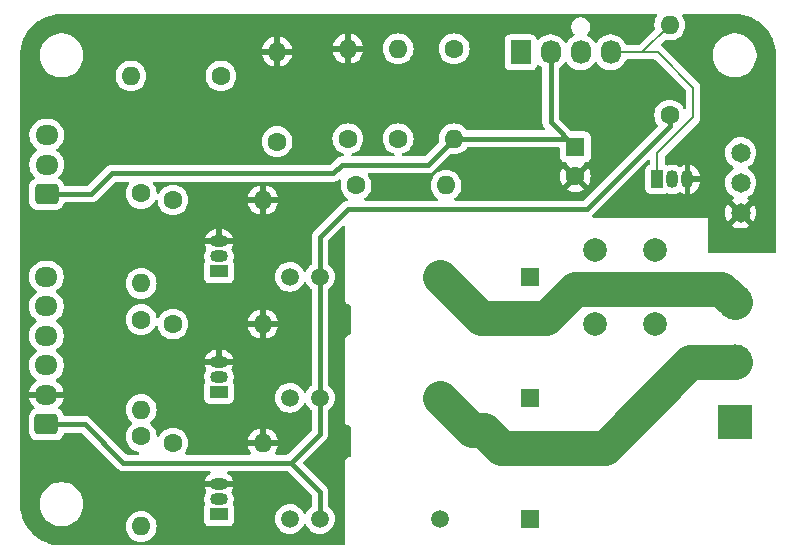
<source format=gtl>
G04 #@! TF.GenerationSoftware,KiCad,Pcbnew,8.0.2-8.0.2-0~ubuntu22.04.1*
G04 #@! TF.CreationDate,2024-06-07T15:14:20-07:00*
G04 #@! TF.ProjectId,pifire-relay-pwm-module-SSR,70696669-7265-42d7-9265-6c61792d7077,rev?*
G04 #@! TF.SameCoordinates,Original*
G04 #@! TF.FileFunction,Copper,L1,Top*
G04 #@! TF.FilePolarity,Positive*
%FSLAX46Y46*%
G04 Gerber Fmt 4.6, Leading zero omitted, Abs format (unit mm)*
G04 Created by KiCad (PCBNEW 8.0.2-8.0.2-0~ubuntu22.04.1) date 2024-06-07 15:14:20*
%MOMM*%
%LPD*%
G01*
G04 APERTURE LIST*
G04 Aperture macros list*
%AMRoundRect*
0 Rectangle with rounded corners*
0 $1 Rounding radius*
0 $2 $3 $4 $5 $6 $7 $8 $9 X,Y pos of 4 corners*
0 Add a 4 corners polygon primitive as box body*
4,1,4,$2,$3,$4,$5,$6,$7,$8,$9,$2,$3,0*
0 Add four circle primitives for the rounded corners*
1,1,$1+$1,$2,$3*
1,1,$1+$1,$4,$5*
1,1,$1+$1,$6,$7*
1,1,$1+$1,$8,$9*
0 Add four rect primitives between the rounded corners*
20,1,$1+$1,$2,$3,$4,$5,0*
20,1,$1+$1,$4,$5,$6,$7,0*
20,1,$1+$1,$6,$7,$8,$9,0*
20,1,$1+$1,$8,$9,$2,$3,0*%
G04 Aperture macros list end*
G04 #@! TA.AperFunction,ComponentPad*
%ADD10C,1.651000*%
G04 #@! TD*
G04 #@! TA.AperFunction,ComponentPad*
%ADD11C,1.600000*%
G04 #@! TD*
G04 #@! TA.AperFunction,ComponentPad*
%ADD12O,1.600000X1.600000*%
G04 #@! TD*
G04 #@! TA.AperFunction,ComponentPad*
%ADD13R,1.508000X1.508000*%
G04 #@! TD*
G04 #@! TA.AperFunction,ComponentPad*
%ADD14C,1.508000*%
G04 #@! TD*
G04 #@! TA.AperFunction,ComponentPad*
%ADD15R,1.500000X1.050000*%
G04 #@! TD*
G04 #@! TA.AperFunction,ComponentPad*
%ADD16O,1.500000X1.050000*%
G04 #@! TD*
G04 #@! TA.AperFunction,ComponentPad*
%ADD17C,2.000000*%
G04 #@! TD*
G04 #@! TA.AperFunction,ComponentPad*
%ADD18R,1.730000X2.030000*%
G04 #@! TD*
G04 #@! TA.AperFunction,ComponentPad*
%ADD19O,1.730000X2.030000*%
G04 #@! TD*
G04 #@! TA.AperFunction,ComponentPad*
%ADD20RoundRect,0.250000X0.725000X-0.600000X0.725000X0.600000X-0.725000X0.600000X-0.725000X-0.600000X0*%
G04 #@! TD*
G04 #@! TA.AperFunction,ComponentPad*
%ADD21O,1.950000X1.700000*%
G04 #@! TD*
G04 #@! TA.AperFunction,ComponentPad*
%ADD22R,3.000000X3.000000*%
G04 #@! TD*
G04 #@! TA.AperFunction,ComponentPad*
%ADD23C,3.000000*%
G04 #@! TD*
G04 #@! TA.AperFunction,ComponentPad*
%ADD24R,1.050000X1.500000*%
G04 #@! TD*
G04 #@! TA.AperFunction,ComponentPad*
%ADD25O,1.050000X1.500000*%
G04 #@! TD*
G04 #@! TA.AperFunction,ComponentPad*
%ADD26R,1.600000X1.600000*%
G04 #@! TD*
G04 #@! TA.AperFunction,Conductor*
%ADD27C,0.400000*%
G04 #@! TD*
G04 #@! TA.AperFunction,Conductor*
%ADD28C,3.000000*%
G04 #@! TD*
G04 #@! TA.AperFunction,Conductor*
%ADD29C,0.200000*%
G04 #@! TD*
G04 APERTURE END LIST*
D10*
X86500000Y-37250000D03*
X86500000Y-39790000D03*
X86500000Y-42330000D03*
D11*
X62250000Y-28440000D03*
D12*
X62250000Y-36060000D03*
D13*
X68660000Y-68250000D03*
D14*
X61040000Y-68250000D03*
X50880000Y-68250000D03*
X48340000Y-68250000D03*
D11*
X53940000Y-40000000D03*
D12*
X61560000Y-40000000D03*
D11*
X38440000Y-61832500D03*
D12*
X46060000Y-61832500D03*
D15*
X42332500Y-67852500D03*
D16*
X42332500Y-66582500D03*
X42332500Y-65312500D03*
D11*
X38440000Y-41250000D03*
D12*
X46060000Y-41250000D03*
D17*
X79250000Y-51750000D03*
X74170000Y-51740000D03*
D11*
X53250000Y-36060000D03*
D12*
X53250000Y-28440000D03*
D13*
X68660000Y-47750000D03*
D14*
X61040000Y-47750000D03*
X50880000Y-47750000D03*
X48340000Y-47750000D03*
D18*
X67880000Y-28750000D03*
D19*
X70420000Y-28750000D03*
X72960000Y-28750000D03*
X75500000Y-28750000D03*
D11*
X38440000Y-51750000D03*
D12*
X46060000Y-51750000D03*
D11*
X35750000Y-51380000D03*
D12*
X35750000Y-59000000D03*
D11*
X57500000Y-36060000D03*
D12*
X57500000Y-28440000D03*
D11*
X42500000Y-30750000D03*
D12*
X34880000Y-30750000D03*
D20*
X27725000Y-60250000D03*
D21*
X27725000Y-57750000D03*
X27725000Y-55250000D03*
X27725000Y-52750000D03*
X27725000Y-50250000D03*
X27725000Y-47750000D03*
D22*
X86000000Y-60080000D03*
D23*
X86000000Y-55000000D03*
X86000000Y-49920000D03*
D13*
X68660000Y-58000000D03*
D14*
X61040000Y-58000000D03*
X50880000Y-58000000D03*
X48340000Y-58000000D03*
D20*
X27750000Y-40750000D03*
D21*
X27750000Y-38250000D03*
X27750000Y-35750000D03*
D11*
X35750000Y-61272500D03*
D12*
X35750000Y-68892500D03*
D11*
X47250000Y-36310000D03*
D12*
X47250000Y-28690000D03*
D24*
X79460000Y-39500000D03*
D25*
X80730000Y-39500000D03*
X82000000Y-39500000D03*
D15*
X42332500Y-57500000D03*
D16*
X42332500Y-56230000D03*
X42332500Y-54960000D03*
D11*
X80500000Y-34060000D03*
D12*
X80500000Y-26440000D03*
D11*
X35750000Y-40690000D03*
D12*
X35750000Y-48310000D03*
D17*
X79250000Y-45500000D03*
X74170000Y-45490000D03*
D26*
X72500000Y-36750000D03*
D11*
X72500000Y-39250000D03*
D15*
X42332500Y-47290000D03*
D16*
X42332500Y-46020000D03*
X42332500Y-44750000D03*
D27*
X80500000Y-35000000D02*
X80500000Y-34060000D01*
X50880000Y-44370000D02*
X53250000Y-42000000D01*
X48427500Y-63500000D02*
X50880000Y-65952500D01*
X50880000Y-65952500D02*
X50880000Y-68250000D01*
X50880000Y-61047500D02*
X50880000Y-58000000D01*
X48427500Y-63500000D02*
X50880000Y-61047500D01*
X50880000Y-47750000D02*
X50880000Y-44370000D01*
X34250000Y-63500000D02*
X31000000Y-60250000D01*
X73500000Y-42000000D02*
X80500000Y-35000000D01*
X31000000Y-60250000D02*
X27725000Y-60250000D01*
X48427500Y-63500000D02*
X34250000Y-63500000D01*
X53250000Y-42000000D02*
X73500000Y-42000000D01*
X50880000Y-58000000D02*
X50880000Y-47750000D01*
D28*
X61040000Y-47750000D02*
X64540000Y-51250000D01*
X72500000Y-48750000D02*
X84830000Y-48750000D01*
X84830000Y-48750000D02*
X86000000Y-49920000D01*
X64540000Y-51250000D02*
X70000000Y-51250000D01*
X70000000Y-51250000D02*
X72500000Y-48750000D01*
D29*
X68660000Y-58000000D02*
X68660000Y-57250000D01*
D27*
X31500000Y-40750000D02*
X27750000Y-40750000D01*
X70420000Y-34670000D02*
X70420000Y-28750000D01*
X71810000Y-36060000D02*
X72500000Y-36750000D01*
X62250000Y-36060000D02*
X60060000Y-38250000D01*
X62250000Y-36060000D02*
X71810000Y-36060000D01*
X52000000Y-39000000D02*
X33250000Y-39000000D01*
X52750000Y-38250000D02*
X52000000Y-39000000D01*
X72500000Y-36750000D02*
X70420000Y-34670000D01*
X33250000Y-39000000D02*
X31500000Y-40750000D01*
X60060000Y-38250000D02*
X52750000Y-38250000D01*
D28*
X61040000Y-58000000D02*
X63790000Y-60750000D01*
X64750000Y-60750000D02*
X66250000Y-62250000D01*
X75000000Y-62250000D02*
X82250000Y-55000000D01*
X82250000Y-55000000D02*
X86000000Y-55000000D01*
X66250000Y-62250000D02*
X75000000Y-62250000D01*
X63790000Y-60750000D02*
X64750000Y-60750000D01*
D29*
X82500000Y-34250000D02*
X82500000Y-31750000D01*
X79460000Y-37290000D02*
X82500000Y-34250000D01*
X79460000Y-39500000D02*
X79460000Y-37290000D01*
X75500000Y-28750000D02*
X77750000Y-28750000D01*
X82500000Y-31750000D02*
X79500000Y-28750000D01*
X79500000Y-28750000D02*
X77750000Y-28750000D01*
X77750000Y-28750000D02*
X78190000Y-28750000D01*
X78190000Y-28750000D02*
X80500000Y-26440000D01*
G04 #@! TA.AperFunction,Conductor*
G36*
X79399065Y-25520185D02*
G01*
X79444820Y-25572989D01*
X79454764Y-25642147D01*
X79433601Y-25695623D01*
X79369432Y-25787265D01*
X79369431Y-25787267D01*
X79273261Y-25993502D01*
X79273258Y-25993511D01*
X79214366Y-26213302D01*
X79214364Y-26213313D01*
X79194532Y-26439998D01*
X79194532Y-26440001D01*
X79214364Y-26666686D01*
X79214366Y-26666697D01*
X79240152Y-26762931D01*
X79238489Y-26832781D01*
X79208058Y-26882705D01*
X77977584Y-28113181D01*
X77916261Y-28146666D01*
X77889903Y-28149500D01*
X76878828Y-28149500D01*
X76811789Y-28129815D01*
X76768434Y-28079781D01*
X76767670Y-28080171D01*
X76766096Y-28077083D01*
X76766034Y-28077011D01*
X76765881Y-28076661D01*
X76765458Y-28075830D01*
X76667880Y-27884322D01*
X76541545Y-27710437D01*
X76389563Y-27558455D01*
X76215678Y-27432120D01*
X76174477Y-27411127D01*
X76024170Y-27334541D01*
X76024167Y-27334540D01*
X75819757Y-27268124D01*
X75667105Y-27243946D01*
X75607467Y-27234500D01*
X75392533Y-27234500D01*
X75332895Y-27243946D01*
X75180243Y-27268124D01*
X75180240Y-27268124D01*
X74975832Y-27334540D01*
X74975829Y-27334541D01*
X74784321Y-27432120D01*
X74700981Y-27492671D01*
X74610437Y-27558455D01*
X74610435Y-27558457D01*
X74610434Y-27558457D01*
X74458457Y-27710434D01*
X74458457Y-27710435D01*
X74458455Y-27710437D01*
X74402635Y-27787267D01*
X74330318Y-27886802D01*
X74274988Y-27929467D01*
X74205374Y-27935446D01*
X74143579Y-27902840D01*
X74129682Y-27886802D01*
X74103800Y-27851179D01*
X74001545Y-27710437D01*
X73849563Y-27558455D01*
X73675678Y-27432120D01*
X73634477Y-27411127D01*
X73545725Y-27365905D01*
X73494929Y-27317930D01*
X73478134Y-27250109D01*
X73500672Y-27183974D01*
X73514333Y-27167744D01*
X73581789Y-27100289D01*
X73669394Y-26969179D01*
X73729737Y-26823497D01*
X73760500Y-26668842D01*
X73760500Y-26511158D01*
X73760500Y-26511155D01*
X73760499Y-26511153D01*
X73729738Y-26356510D01*
X73729737Y-26356503D01*
X73729735Y-26356498D01*
X73669397Y-26210827D01*
X73669390Y-26210814D01*
X73581789Y-26079711D01*
X73581786Y-26079707D01*
X73470292Y-25968213D01*
X73470288Y-25968210D01*
X73339185Y-25880609D01*
X73339172Y-25880602D01*
X73193501Y-25820264D01*
X73193489Y-25820261D01*
X73038845Y-25789500D01*
X73038842Y-25789500D01*
X72881158Y-25789500D01*
X72881155Y-25789500D01*
X72726510Y-25820261D01*
X72726498Y-25820264D01*
X72580827Y-25880602D01*
X72580814Y-25880609D01*
X72449711Y-25968210D01*
X72449707Y-25968213D01*
X72338213Y-26079707D01*
X72338210Y-26079711D01*
X72250609Y-26210814D01*
X72250602Y-26210827D01*
X72190264Y-26356498D01*
X72190261Y-26356510D01*
X72159500Y-26511153D01*
X72159500Y-26668846D01*
X72190261Y-26823489D01*
X72190264Y-26823501D01*
X72250602Y-26969172D01*
X72250609Y-26969185D01*
X72338210Y-27100288D01*
X72338213Y-27100292D01*
X72405660Y-27167739D01*
X72439145Y-27229062D01*
X72434161Y-27298754D01*
X72392289Y-27354687D01*
X72374275Y-27365904D01*
X72244323Y-27432118D01*
X72122678Y-27520499D01*
X72070437Y-27558455D01*
X72070435Y-27558457D01*
X72070434Y-27558457D01*
X71918457Y-27710434D01*
X71918457Y-27710435D01*
X71918455Y-27710437D01*
X71862635Y-27787267D01*
X71790318Y-27886802D01*
X71734988Y-27929467D01*
X71665374Y-27935446D01*
X71603579Y-27902840D01*
X71589682Y-27886802D01*
X71563800Y-27851179D01*
X71461545Y-27710437D01*
X71309563Y-27558455D01*
X71135678Y-27432120D01*
X71094477Y-27411127D01*
X70944170Y-27334541D01*
X70944167Y-27334540D01*
X70739757Y-27268124D01*
X70587105Y-27243946D01*
X70527467Y-27234500D01*
X70312533Y-27234500D01*
X70252895Y-27243946D01*
X70100243Y-27268124D01*
X70100240Y-27268124D01*
X69895832Y-27334540D01*
X69895829Y-27334541D01*
X69704321Y-27432120D01*
X69530438Y-27558454D01*
X69435910Y-27652982D01*
X69374586Y-27686466D01*
X69304895Y-27681482D01*
X69248962Y-27639610D01*
X69232047Y-27608632D01*
X69229267Y-27601179D01*
X69213332Y-27558454D01*
X69188798Y-27492673D01*
X69188793Y-27492664D01*
X69102547Y-27377455D01*
X69102544Y-27377452D01*
X68987335Y-27291206D01*
X68987328Y-27291202D01*
X68852482Y-27240908D01*
X68852483Y-27240908D01*
X68792883Y-27234501D01*
X68792881Y-27234500D01*
X68792873Y-27234500D01*
X68792864Y-27234500D01*
X66967129Y-27234500D01*
X66967123Y-27234501D01*
X66907516Y-27240908D01*
X66772671Y-27291202D01*
X66772664Y-27291206D01*
X66657455Y-27377452D01*
X66657452Y-27377455D01*
X66571206Y-27492664D01*
X66571202Y-27492671D01*
X66520908Y-27627517D01*
X66514501Y-27687116D01*
X66514500Y-27687135D01*
X66514500Y-29812870D01*
X66514501Y-29812876D01*
X66520908Y-29872483D01*
X66571202Y-30007328D01*
X66571206Y-30007335D01*
X66657452Y-30122544D01*
X66657455Y-30122547D01*
X66772664Y-30208793D01*
X66772671Y-30208797D01*
X66907517Y-30259091D01*
X66907516Y-30259091D01*
X66914444Y-30259835D01*
X66967127Y-30265500D01*
X68792872Y-30265499D01*
X68852483Y-30259091D01*
X68987331Y-30208796D01*
X69102546Y-30122546D01*
X69188796Y-30007331D01*
X69232048Y-29891365D01*
X69273917Y-29835433D01*
X69339381Y-29811015D01*
X69407654Y-29825866D01*
X69435910Y-29847018D01*
X69530437Y-29941545D01*
X69652582Y-30030289D01*
X69668385Y-30041770D01*
X69711051Y-30097100D01*
X69719500Y-30142088D01*
X69719500Y-34601006D01*
X69719500Y-34738994D01*
X69719500Y-34738996D01*
X69719499Y-34738996D01*
X69746418Y-34874322D01*
X69746421Y-34874332D01*
X69799222Y-35001807D01*
X69875887Y-35116545D01*
X69907161Y-35147819D01*
X69940646Y-35209142D01*
X69935662Y-35278834D01*
X69893790Y-35334767D01*
X69828326Y-35359184D01*
X69819480Y-35359500D01*
X63411673Y-35359500D01*
X63344634Y-35339815D01*
X63310098Y-35306623D01*
X63250045Y-35220858D01*
X63089141Y-35059954D01*
X62902734Y-34929432D01*
X62902732Y-34929431D01*
X62696497Y-34833261D01*
X62696488Y-34833258D01*
X62476697Y-34774366D01*
X62476693Y-34774365D01*
X62476692Y-34774365D01*
X62476691Y-34774364D01*
X62476686Y-34774364D01*
X62250002Y-34754532D01*
X62249998Y-34754532D01*
X62023313Y-34774364D01*
X62023302Y-34774366D01*
X61803511Y-34833258D01*
X61803502Y-34833261D01*
X61597267Y-34929431D01*
X61597265Y-34929432D01*
X61410858Y-35059954D01*
X61249954Y-35220858D01*
X61119432Y-35407265D01*
X61119431Y-35407267D01*
X61023261Y-35613502D01*
X61023258Y-35613511D01*
X60964366Y-35833302D01*
X60964364Y-35833313D01*
X60944532Y-36059998D01*
X60944532Y-36060001D01*
X60964819Y-36291881D01*
X60951052Y-36360381D01*
X60928972Y-36390369D01*
X59806162Y-37513181D01*
X59744839Y-37546666D01*
X59718481Y-37549500D01*
X57907733Y-37549500D01*
X57840694Y-37529815D01*
X57794939Y-37477011D01*
X57784995Y-37407853D01*
X57814020Y-37344297D01*
X57872798Y-37306523D01*
X57875640Y-37305725D01*
X57923032Y-37293025D01*
X57946496Y-37286739D01*
X58152734Y-37190568D01*
X58339139Y-37060047D01*
X58500047Y-36899139D01*
X58630568Y-36712734D01*
X58726739Y-36506496D01*
X58785635Y-36286692D01*
X58805468Y-36060000D01*
X58785635Y-35833308D01*
X58726739Y-35613504D01*
X58630568Y-35407266D01*
X58500047Y-35220861D01*
X58500045Y-35220858D01*
X58339141Y-35059954D01*
X58152734Y-34929432D01*
X58152732Y-34929431D01*
X57946497Y-34833261D01*
X57946488Y-34833258D01*
X57726697Y-34774366D01*
X57726693Y-34774365D01*
X57726692Y-34774365D01*
X57726691Y-34774364D01*
X57726686Y-34774364D01*
X57500002Y-34754532D01*
X57499998Y-34754532D01*
X57273313Y-34774364D01*
X57273302Y-34774366D01*
X57053511Y-34833258D01*
X57053502Y-34833261D01*
X56847267Y-34929431D01*
X56847265Y-34929432D01*
X56660858Y-35059954D01*
X56499954Y-35220858D01*
X56369432Y-35407265D01*
X56369431Y-35407267D01*
X56273261Y-35613502D01*
X56273258Y-35613511D01*
X56214366Y-35833302D01*
X56214364Y-35833313D01*
X56194532Y-36059998D01*
X56194532Y-36060001D01*
X56214364Y-36286686D01*
X56214366Y-36286697D01*
X56273258Y-36506488D01*
X56273261Y-36506497D01*
X56369431Y-36712732D01*
X56369432Y-36712734D01*
X56499954Y-36899141D01*
X56660858Y-37060045D01*
X56660861Y-37060047D01*
X56847266Y-37190568D01*
X57053504Y-37286739D01*
X57053509Y-37286740D01*
X57053511Y-37286741D01*
X57124360Y-37305725D01*
X57184021Y-37342090D01*
X57214550Y-37404937D01*
X57206255Y-37474312D01*
X57161770Y-37528190D01*
X57095218Y-37549465D01*
X57092267Y-37549500D01*
X53657733Y-37549500D01*
X53590694Y-37529815D01*
X53544939Y-37477011D01*
X53534995Y-37407853D01*
X53564020Y-37344297D01*
X53622798Y-37306523D01*
X53625640Y-37305725D01*
X53673032Y-37293025D01*
X53696496Y-37286739D01*
X53902734Y-37190568D01*
X54089139Y-37060047D01*
X54250047Y-36899139D01*
X54380568Y-36712734D01*
X54476739Y-36506496D01*
X54535635Y-36286692D01*
X54555468Y-36060000D01*
X54535635Y-35833308D01*
X54476739Y-35613504D01*
X54380568Y-35407266D01*
X54250047Y-35220861D01*
X54250045Y-35220858D01*
X54089141Y-35059954D01*
X53902734Y-34929432D01*
X53902732Y-34929431D01*
X53696497Y-34833261D01*
X53696488Y-34833258D01*
X53476697Y-34774366D01*
X53476693Y-34774365D01*
X53476692Y-34774365D01*
X53476691Y-34774364D01*
X53476686Y-34774364D01*
X53250002Y-34754532D01*
X53249998Y-34754532D01*
X53023313Y-34774364D01*
X53023302Y-34774366D01*
X52803511Y-34833258D01*
X52803502Y-34833261D01*
X52597267Y-34929431D01*
X52597265Y-34929432D01*
X52410858Y-35059954D01*
X52249954Y-35220858D01*
X52119432Y-35407265D01*
X52119431Y-35407267D01*
X52023261Y-35613502D01*
X52023258Y-35613511D01*
X51964366Y-35833302D01*
X51964364Y-35833313D01*
X51944532Y-36059998D01*
X51944532Y-36060001D01*
X51964364Y-36286686D01*
X51964366Y-36286697D01*
X52023258Y-36506488D01*
X52023261Y-36506497D01*
X52119431Y-36712732D01*
X52119432Y-36712734D01*
X52249954Y-36899141D01*
X52410858Y-37060045D01*
X52410861Y-37060047D01*
X52597266Y-37190568D01*
X52803504Y-37286739D01*
X52803509Y-37286740D01*
X52803511Y-37286741D01*
X52874360Y-37305725D01*
X52934021Y-37342090D01*
X52964550Y-37404937D01*
X52956255Y-37474312D01*
X52911770Y-37528190D01*
X52845218Y-37549465D01*
X52842267Y-37549500D01*
X52681003Y-37549500D01*
X52572590Y-37571065D01*
X52572589Y-37571065D01*
X52545671Y-37576420D01*
X52418190Y-37629224D01*
X52303454Y-37705887D01*
X52303453Y-37705888D01*
X51746162Y-38263181D01*
X51684839Y-38296666D01*
X51658481Y-38299500D01*
X33181004Y-38299500D01*
X33045677Y-38326418D01*
X33045667Y-38326421D01*
X32918192Y-38379222D01*
X32803454Y-38455887D01*
X32803453Y-38455888D01*
X31246162Y-40013181D01*
X31184839Y-40046666D01*
X31158481Y-40049500D01*
X29321870Y-40049500D01*
X29254831Y-40029815D01*
X29209076Y-39977011D01*
X29204164Y-39964505D01*
X29198704Y-39948028D01*
X29159814Y-39830666D01*
X29067712Y-39681344D01*
X28943656Y-39557288D01*
X28794334Y-39465186D01*
X28794333Y-39465185D01*
X28788878Y-39461821D01*
X28742154Y-39409873D01*
X28730931Y-39340910D01*
X28758775Y-39276828D01*
X28766272Y-39268623D01*
X28905104Y-39129792D01*
X28929942Y-39095606D01*
X29030048Y-38957820D01*
X29030047Y-38957820D01*
X29030051Y-38957816D01*
X29126557Y-38768412D01*
X29192246Y-38566243D01*
X29225500Y-38356287D01*
X29225500Y-38143713D01*
X29192246Y-37933757D01*
X29126557Y-37731588D01*
X29030051Y-37542184D01*
X29030049Y-37542181D01*
X29030048Y-37542179D01*
X28905109Y-37370213D01*
X28754792Y-37219896D01*
X28657405Y-37149141D01*
X28590204Y-37100316D01*
X28547540Y-37044989D01*
X28541561Y-36975376D01*
X28574166Y-36913580D01*
X28590199Y-36899686D01*
X28754792Y-36780104D01*
X28905104Y-36629792D01*
X28905106Y-36629788D01*
X28905109Y-36629786D01*
X29030048Y-36457820D01*
X29030047Y-36457820D01*
X29030051Y-36457816D01*
X29105368Y-36309998D01*
X45944532Y-36309998D01*
X45944532Y-36310001D01*
X45964364Y-36536686D01*
X45964366Y-36536697D01*
X46023258Y-36756488D01*
X46023261Y-36756497D01*
X46119431Y-36962732D01*
X46119432Y-36962734D01*
X46249954Y-37149141D01*
X46410858Y-37310045D01*
X46410861Y-37310047D01*
X46597266Y-37440568D01*
X46803504Y-37536739D01*
X47023308Y-37595635D01*
X47185230Y-37609801D01*
X47249998Y-37615468D01*
X47250000Y-37615468D01*
X47250002Y-37615468D01*
X47306673Y-37610509D01*
X47476692Y-37595635D01*
X47696496Y-37536739D01*
X47902734Y-37440568D01*
X48089139Y-37310047D01*
X48250047Y-37149139D01*
X48380568Y-36962734D01*
X48476739Y-36756496D01*
X48535635Y-36536692D01*
X48555468Y-36310000D01*
X48535635Y-36083308D01*
X48490916Y-35916415D01*
X48476741Y-35863511D01*
X48476738Y-35863502D01*
X48473373Y-35856286D01*
X48380568Y-35657266D01*
X48250047Y-35470861D01*
X48250045Y-35470858D01*
X48089141Y-35309954D01*
X47902734Y-35179432D01*
X47902732Y-35179431D01*
X47696497Y-35083261D01*
X47696488Y-35083258D01*
X47476697Y-35024366D01*
X47476693Y-35024365D01*
X47476692Y-35024365D01*
X47476691Y-35024364D01*
X47476686Y-35024364D01*
X47250002Y-35004532D01*
X47249998Y-35004532D01*
X47023313Y-35024364D01*
X47023302Y-35024366D01*
X46803511Y-35083258D01*
X46803502Y-35083261D01*
X46597267Y-35179431D01*
X46597265Y-35179432D01*
X46410858Y-35309954D01*
X46249954Y-35470858D01*
X46119432Y-35657265D01*
X46119431Y-35657267D01*
X46023261Y-35863502D01*
X46023258Y-35863511D01*
X45964366Y-36083302D01*
X45964364Y-36083313D01*
X45944532Y-36309998D01*
X29105368Y-36309998D01*
X29126557Y-36268412D01*
X29192246Y-36066243D01*
X29225500Y-35856287D01*
X29225500Y-35643713D01*
X29192246Y-35433757D01*
X29126557Y-35231588D01*
X29030051Y-35042184D01*
X29030049Y-35042181D01*
X29030048Y-35042179D01*
X28905109Y-34870213D01*
X28754786Y-34719890D01*
X28582820Y-34594951D01*
X28393414Y-34498444D01*
X28393413Y-34498443D01*
X28393412Y-34498443D01*
X28191243Y-34432754D01*
X28191241Y-34432753D01*
X28191240Y-34432753D01*
X28029957Y-34407208D01*
X27981287Y-34399500D01*
X27518713Y-34399500D01*
X27470042Y-34407208D01*
X27308760Y-34432753D01*
X27106585Y-34498444D01*
X26917179Y-34594951D01*
X26745213Y-34719890D01*
X26594890Y-34870213D01*
X26469951Y-35042179D01*
X26373444Y-35231585D01*
X26307753Y-35433760D01*
X26274500Y-35643713D01*
X26274500Y-35856286D01*
X26297136Y-35999208D01*
X26307754Y-36066243D01*
X26361074Y-36230345D01*
X26373444Y-36268414D01*
X26469951Y-36457820D01*
X26594890Y-36629786D01*
X26745209Y-36780105D01*
X26745214Y-36780109D01*
X26909793Y-36899682D01*
X26952459Y-36955011D01*
X26958438Y-37024625D01*
X26925833Y-37086420D01*
X26909793Y-37100318D01*
X26745214Y-37219890D01*
X26745209Y-37219894D01*
X26594890Y-37370213D01*
X26469951Y-37542179D01*
X26373444Y-37731585D01*
X26307753Y-37933760D01*
X26277802Y-38122867D01*
X26274500Y-38143713D01*
X26274500Y-38356287D01*
X26281857Y-38402736D01*
X26301146Y-38524526D01*
X26307754Y-38566243D01*
X26355882Y-38714366D01*
X26373444Y-38768414D01*
X26469951Y-38957820D01*
X26594890Y-39129786D01*
X26733705Y-39268601D01*
X26767190Y-39329924D01*
X26762206Y-39399616D01*
X26720334Y-39455549D01*
X26711121Y-39461821D01*
X26556342Y-39557289D01*
X26432289Y-39681342D01*
X26340187Y-39830663D01*
X26340185Y-39830668D01*
X26333494Y-39850861D01*
X26285001Y-39997203D01*
X26285001Y-39997204D01*
X26285000Y-39997204D01*
X26274500Y-40099983D01*
X26274500Y-41400001D01*
X26274501Y-41400018D01*
X26285000Y-41502796D01*
X26285001Y-41502799D01*
X26340185Y-41669331D01*
X26340187Y-41669336D01*
X26356940Y-41696497D01*
X26432288Y-41818656D01*
X26556344Y-41942712D01*
X26705666Y-42034814D01*
X26872203Y-42089999D01*
X26974991Y-42100500D01*
X28525008Y-42100499D01*
X28627797Y-42089999D01*
X28794334Y-42034814D01*
X28943656Y-41942712D01*
X29067712Y-41818656D01*
X29159814Y-41669334D01*
X29204164Y-41535494D01*
X29243936Y-41478051D01*
X29308451Y-41451228D01*
X29321869Y-41450500D01*
X31568996Y-41450500D01*
X31660040Y-41432389D01*
X31704328Y-41423580D01*
X31811411Y-41379225D01*
X31831807Y-41370777D01*
X31831808Y-41370776D01*
X31831811Y-41370775D01*
X31946543Y-41294114D01*
X33503838Y-39736819D01*
X33565161Y-39703334D01*
X33591519Y-39700500D01*
X34617035Y-39700500D01*
X34684074Y-39720185D01*
X34729829Y-39772989D01*
X34739773Y-39842147D01*
X34718610Y-39895623D01*
X34619432Y-40037265D01*
X34619431Y-40037267D01*
X34523261Y-40243502D01*
X34523258Y-40243511D01*
X34464366Y-40463302D01*
X34464364Y-40463313D01*
X34444532Y-40689998D01*
X34444532Y-40690001D01*
X34464364Y-40916686D01*
X34464366Y-40916697D01*
X34523258Y-41136488D01*
X34523261Y-41136497D01*
X34619431Y-41342732D01*
X34619432Y-41342734D01*
X34749954Y-41529141D01*
X34910858Y-41690045D01*
X34919828Y-41696326D01*
X35097266Y-41820568D01*
X35303504Y-41916739D01*
X35523308Y-41975635D01*
X35685230Y-41989801D01*
X35749998Y-41995468D01*
X35750000Y-41995468D01*
X35750002Y-41995468D01*
X35806673Y-41990509D01*
X35976692Y-41975635D01*
X36196496Y-41916739D01*
X36402734Y-41820568D01*
X36589139Y-41690047D01*
X36750047Y-41529139D01*
X36880568Y-41342734D01*
X36905666Y-41288909D01*
X36951836Y-41236473D01*
X37019029Y-41217320D01*
X37085911Y-41237535D01*
X37131246Y-41290700D01*
X37141575Y-41330508D01*
X37154364Y-41476687D01*
X37154366Y-41476697D01*
X37213258Y-41696488D01*
X37213261Y-41696497D01*
X37309431Y-41902732D01*
X37309432Y-41902734D01*
X37439954Y-42089141D01*
X37600858Y-42250045D01*
X37600861Y-42250047D01*
X37787266Y-42380568D01*
X37993504Y-42476739D01*
X38213308Y-42535635D01*
X38375230Y-42549801D01*
X38439998Y-42555468D01*
X38440000Y-42555468D01*
X38440002Y-42555468D01*
X38496673Y-42550509D01*
X38666692Y-42535635D01*
X38886496Y-42476739D01*
X39092734Y-42380568D01*
X39279139Y-42250047D01*
X39440047Y-42089139D01*
X39570568Y-41902734D01*
X39666739Y-41696496D01*
X39725635Y-41476692D01*
X39745468Y-41250000D01*
X39744377Y-41237535D01*
X39739142Y-41177698D01*
X39725635Y-41023308D01*
X39719389Y-40999999D01*
X44781127Y-40999999D01*
X44781128Y-41000000D01*
X45744314Y-41000000D01*
X45739920Y-41004394D01*
X45687259Y-41095606D01*
X45660000Y-41197339D01*
X45660000Y-41302661D01*
X45687259Y-41404394D01*
X45739920Y-41495606D01*
X45744314Y-41500000D01*
X44781128Y-41500000D01*
X44833730Y-41696317D01*
X44833734Y-41696326D01*
X44929865Y-41902482D01*
X45060342Y-42088820D01*
X45221179Y-42249657D01*
X45407517Y-42380134D01*
X45613673Y-42476265D01*
X45613682Y-42476269D01*
X45809999Y-42528872D01*
X45810000Y-42528871D01*
X45810000Y-41565686D01*
X45814394Y-41570080D01*
X45905606Y-41622741D01*
X46007339Y-41650000D01*
X46112661Y-41650000D01*
X46214394Y-41622741D01*
X46305606Y-41570080D01*
X46310000Y-41565686D01*
X46310000Y-42528872D01*
X46506317Y-42476269D01*
X46506326Y-42476265D01*
X46712482Y-42380134D01*
X46898820Y-42249657D01*
X47059657Y-42088820D01*
X47190134Y-41902482D01*
X47286265Y-41696326D01*
X47286269Y-41696317D01*
X47338872Y-41500000D01*
X46375686Y-41500000D01*
X46380080Y-41495606D01*
X46432741Y-41404394D01*
X46460000Y-41302661D01*
X46460000Y-41197339D01*
X46432741Y-41095606D01*
X46380080Y-41004394D01*
X46375686Y-41000000D01*
X47338872Y-41000000D01*
X47338872Y-40999999D01*
X47286269Y-40803682D01*
X47286265Y-40803673D01*
X47190134Y-40597517D01*
X47059657Y-40411179D01*
X46898820Y-40250342D01*
X46712482Y-40119865D01*
X46506328Y-40023734D01*
X46310000Y-39971127D01*
X46310000Y-40934314D01*
X46305606Y-40929920D01*
X46214394Y-40877259D01*
X46112661Y-40850000D01*
X46007339Y-40850000D01*
X45905606Y-40877259D01*
X45814394Y-40929920D01*
X45810000Y-40934314D01*
X45810000Y-39971127D01*
X45613671Y-40023734D01*
X45407517Y-40119865D01*
X45221179Y-40250342D01*
X45060342Y-40411179D01*
X44929865Y-40597517D01*
X44833734Y-40803673D01*
X44833730Y-40803682D01*
X44781127Y-40999999D01*
X39719389Y-40999999D01*
X39666739Y-40803504D01*
X39570568Y-40597266D01*
X39440047Y-40410861D01*
X39440045Y-40410858D01*
X39279141Y-40249954D01*
X39092734Y-40119432D01*
X39092732Y-40119431D01*
X38886497Y-40023261D01*
X38886488Y-40023258D01*
X38666697Y-39964366D01*
X38666693Y-39964365D01*
X38666692Y-39964365D01*
X38666691Y-39964364D01*
X38666686Y-39964364D01*
X38479961Y-39948028D01*
X38440875Y-39932739D01*
X38424167Y-39943477D01*
X38400039Y-39948028D01*
X38213313Y-39964364D01*
X38213302Y-39964366D01*
X37993511Y-40023258D01*
X37993502Y-40023261D01*
X37787267Y-40119431D01*
X37787265Y-40119432D01*
X37600858Y-40249954D01*
X37439954Y-40410858D01*
X37323341Y-40577401D01*
X37309432Y-40597266D01*
X37285170Y-40649297D01*
X37284334Y-40651089D01*
X37238161Y-40703528D01*
X37170967Y-40722679D01*
X37104086Y-40702463D01*
X37058752Y-40649297D01*
X37048424Y-40609490D01*
X37048254Y-40607544D01*
X37035635Y-40463308D01*
X36976739Y-40243504D01*
X36880568Y-40037266D01*
X36837299Y-39975471D01*
X36781390Y-39895623D01*
X36759062Y-39829416D01*
X36776074Y-39761649D01*
X36827022Y-39713837D01*
X36882965Y-39700500D01*
X38389232Y-39700500D01*
X38441667Y-39715897D01*
X38466336Y-39702931D01*
X38490768Y-39700500D01*
X52068996Y-39700500D01*
X52165306Y-39681342D01*
X52204328Y-39673580D01*
X52273942Y-39644745D01*
X52331807Y-39620777D01*
X52331808Y-39620776D01*
X52331811Y-39620775D01*
X52446543Y-39544114D01*
X52487091Y-39503566D01*
X52548414Y-39470080D01*
X52618105Y-39475064D01*
X52674039Y-39516934D01*
X52698457Y-39582399D01*
X52694548Y-39623339D01*
X52654366Y-39773302D01*
X52654364Y-39773313D01*
X52634532Y-39999998D01*
X52634532Y-40000001D01*
X52654364Y-40226686D01*
X52654366Y-40226697D01*
X52713258Y-40446488D01*
X52713261Y-40446497D01*
X52809431Y-40652732D01*
X52809432Y-40652734D01*
X52939954Y-40839141D01*
X53100858Y-41000045D01*
X53100861Y-41000047D01*
X53213792Y-41079121D01*
X53257417Y-41133697D01*
X53264611Y-41203195D01*
X53233089Y-41265550D01*
X53172859Y-41300965D01*
X53166861Y-41302313D01*
X53072591Y-41321065D01*
X53045671Y-41326420D01*
X52918190Y-41379224D01*
X52803454Y-41455887D01*
X50335887Y-43923454D01*
X50259223Y-44038192D01*
X50206421Y-44165668D01*
X50206418Y-44165678D01*
X50193718Y-44229527D01*
X50179500Y-44301004D01*
X50179500Y-46644482D01*
X50159815Y-46711521D01*
X50126625Y-46746056D01*
X50070545Y-46785324D01*
X50070539Y-46785329D01*
X49915327Y-46940541D01*
X49915322Y-46940547D01*
X49789423Y-47120349D01*
X49789419Y-47120357D01*
X49722382Y-47264120D01*
X49676210Y-47316560D01*
X49609017Y-47335712D01*
X49542135Y-47315496D01*
X49497618Y-47264120D01*
X49458127Y-47179431D01*
X49430579Y-47120354D01*
X49430577Y-47120351D01*
X49430576Y-47120349D01*
X49304677Y-46940547D01*
X49304672Y-46940541D01*
X49149458Y-46785327D01*
X49149452Y-46785322D01*
X48969650Y-46659423D01*
X48969642Y-46659419D01*
X48770708Y-46566655D01*
X48770706Y-46566654D01*
X48770703Y-46566653D01*
X48606563Y-46522671D01*
X48558675Y-46509839D01*
X48558668Y-46509838D01*
X48340002Y-46490708D01*
X48339998Y-46490708D01*
X48121331Y-46509838D01*
X48121324Y-46509839D01*
X47998902Y-46542642D01*
X47909297Y-46566653D01*
X47909295Y-46566653D01*
X47909291Y-46566655D01*
X47710357Y-46659419D01*
X47710349Y-46659423D01*
X47530547Y-46785322D01*
X47530541Y-46785327D01*
X47375327Y-46940541D01*
X47375322Y-46940547D01*
X47249423Y-47120349D01*
X47249419Y-47120357D01*
X47156655Y-47319291D01*
X47099839Y-47531324D01*
X47099838Y-47531331D01*
X47080708Y-47749997D01*
X47080708Y-47750002D01*
X47095797Y-47922482D01*
X47099839Y-47968674D01*
X47156653Y-48180703D01*
X47156654Y-48180706D01*
X47156655Y-48180708D01*
X47249419Y-48379642D01*
X47249423Y-48379650D01*
X47375322Y-48559452D01*
X47375327Y-48559458D01*
X47530541Y-48714672D01*
X47530547Y-48714677D01*
X47710349Y-48840576D01*
X47710351Y-48840577D01*
X47710354Y-48840579D01*
X47909297Y-48933347D01*
X48121326Y-48990161D01*
X48277521Y-49003826D01*
X48339998Y-49009292D01*
X48340000Y-49009292D01*
X48340002Y-49009292D01*
X48394786Y-49004499D01*
X48558674Y-48990161D01*
X48770703Y-48933347D01*
X48969646Y-48840579D01*
X49149457Y-48714674D01*
X49304674Y-48559457D01*
X49430579Y-48379646D01*
X49497618Y-48235878D01*
X49543790Y-48183439D01*
X49610983Y-48164287D01*
X49677864Y-48184502D01*
X49722382Y-48235879D01*
X49789419Y-48379642D01*
X49789423Y-48379650D01*
X49915322Y-48559452D01*
X49915326Y-48559457D01*
X50070543Y-48714674D01*
X50126623Y-48753941D01*
X50170248Y-48808517D01*
X50179500Y-48855516D01*
X50179500Y-56894482D01*
X50159815Y-56961521D01*
X50126625Y-56996056D01*
X50070545Y-57035324D01*
X50070539Y-57035329D01*
X49915327Y-57190541D01*
X49915322Y-57190547D01*
X49789423Y-57370349D01*
X49789419Y-57370357D01*
X49722382Y-57514120D01*
X49676210Y-57566560D01*
X49609017Y-57585712D01*
X49542135Y-57565496D01*
X49497618Y-57514120D01*
X49430580Y-57370357D01*
X49430579Y-57370354D01*
X49430577Y-57370351D01*
X49430576Y-57370349D01*
X49304677Y-57190547D01*
X49304672Y-57190541D01*
X49149458Y-57035327D01*
X49149452Y-57035322D01*
X48969650Y-56909423D01*
X48969642Y-56909419D01*
X48770708Y-56816655D01*
X48770706Y-56816654D01*
X48770703Y-56816653D01*
X48619885Y-56776240D01*
X48558675Y-56759839D01*
X48558668Y-56759838D01*
X48340002Y-56740708D01*
X48339998Y-56740708D01*
X48121331Y-56759838D01*
X48121324Y-56759839D01*
X47998902Y-56792642D01*
X47909297Y-56816653D01*
X47909295Y-56816653D01*
X47909291Y-56816655D01*
X47710357Y-56909419D01*
X47710349Y-56909423D01*
X47530547Y-57035322D01*
X47530541Y-57035327D01*
X47375327Y-57190541D01*
X47375322Y-57190547D01*
X47249423Y-57370349D01*
X47249419Y-57370357D01*
X47156655Y-57569291D01*
X47099839Y-57781324D01*
X47099838Y-57781331D01*
X47080708Y-57999997D01*
X47080708Y-58000000D01*
X47097560Y-58192630D01*
X47099839Y-58218674D01*
X47156653Y-58430703D01*
X47156654Y-58430706D01*
X47156655Y-58430708D01*
X47249419Y-58629642D01*
X47249423Y-58629650D01*
X47375322Y-58809452D01*
X47375327Y-58809458D01*
X47530541Y-58964672D01*
X47530547Y-58964677D01*
X47710349Y-59090576D01*
X47710351Y-59090577D01*
X47710354Y-59090579D01*
X47909297Y-59183347D01*
X48121326Y-59240161D01*
X48277521Y-59253826D01*
X48339998Y-59259292D01*
X48340000Y-59259292D01*
X48340002Y-59259292D01*
X48394786Y-59254499D01*
X48558674Y-59240161D01*
X48770703Y-59183347D01*
X48969646Y-59090579D01*
X49149457Y-58964674D01*
X49304674Y-58809457D01*
X49430579Y-58629646D01*
X49497618Y-58485878D01*
X49543790Y-58433439D01*
X49610983Y-58414287D01*
X49677864Y-58434502D01*
X49722381Y-58485878D01*
X49743948Y-58532128D01*
X49789419Y-58629642D01*
X49789423Y-58629650D01*
X49915322Y-58809452D01*
X49915326Y-58809457D01*
X50070543Y-58964674D01*
X50126623Y-59003941D01*
X50170248Y-59058517D01*
X50179500Y-59105516D01*
X50179500Y-60705981D01*
X50159815Y-60773020D01*
X50143181Y-60793662D01*
X48173662Y-62763181D01*
X48112339Y-62796666D01*
X48085981Y-62799500D01*
X47208108Y-62799500D01*
X47141069Y-62779815D01*
X47095314Y-62727011D01*
X47085370Y-62657853D01*
X47106533Y-62604376D01*
X47190134Y-62484982D01*
X47286265Y-62278826D01*
X47286269Y-62278817D01*
X47338872Y-62082500D01*
X46375686Y-62082500D01*
X46380080Y-62078106D01*
X46432741Y-61986894D01*
X46460000Y-61885161D01*
X46460000Y-61779839D01*
X46432741Y-61678106D01*
X46380080Y-61586894D01*
X46375686Y-61582500D01*
X47338872Y-61582500D01*
X47338872Y-61582499D01*
X47286269Y-61386182D01*
X47286265Y-61386173D01*
X47190134Y-61180017D01*
X47059657Y-60993679D01*
X46898820Y-60832842D01*
X46712482Y-60702365D01*
X46506328Y-60606234D01*
X46310000Y-60553627D01*
X46310000Y-61516814D01*
X46305606Y-61512420D01*
X46214394Y-61459759D01*
X46112661Y-61432500D01*
X46007339Y-61432500D01*
X45905606Y-61459759D01*
X45814394Y-61512420D01*
X45810000Y-61516814D01*
X45810000Y-60553627D01*
X45613671Y-60606234D01*
X45407517Y-60702365D01*
X45221179Y-60832842D01*
X45060342Y-60993679D01*
X44929865Y-61180017D01*
X44833734Y-61386173D01*
X44833730Y-61386182D01*
X44781127Y-61582499D01*
X44781128Y-61582500D01*
X45744314Y-61582500D01*
X45739920Y-61586894D01*
X45687259Y-61678106D01*
X45660000Y-61779839D01*
X45660000Y-61885161D01*
X45687259Y-61986894D01*
X45739920Y-62078106D01*
X45744314Y-62082500D01*
X44781128Y-62082500D01*
X44833730Y-62278817D01*
X44833734Y-62278826D01*
X44929865Y-62484982D01*
X45013467Y-62604376D01*
X45035794Y-62670582D01*
X45018784Y-62738350D01*
X44967836Y-62786163D01*
X44911892Y-62799500D01*
X39588719Y-62799500D01*
X39521680Y-62779815D01*
X39475925Y-62727011D01*
X39465981Y-62657853D01*
X39487144Y-62604377D01*
X39495747Y-62592090D01*
X39570568Y-62485234D01*
X39666739Y-62278996D01*
X39725635Y-62059192D01*
X39745468Y-61832500D01*
X39744377Y-61820035D01*
X39735537Y-61718988D01*
X39725635Y-61605808D01*
X39666739Y-61386004D01*
X39570568Y-61179766D01*
X39469550Y-61035496D01*
X39440045Y-60993358D01*
X39279141Y-60832454D01*
X39092734Y-60701932D01*
X39092732Y-60701931D01*
X38886497Y-60605761D01*
X38886488Y-60605758D01*
X38666697Y-60546866D01*
X38666693Y-60546865D01*
X38666692Y-60546865D01*
X38666691Y-60546864D01*
X38666686Y-60546864D01*
X38440002Y-60527032D01*
X38439998Y-60527032D01*
X38213313Y-60546864D01*
X38213302Y-60546866D01*
X37993511Y-60605758D01*
X37993502Y-60605761D01*
X37787267Y-60701931D01*
X37787265Y-60701932D01*
X37600858Y-60832454D01*
X37439954Y-60993358D01*
X37316736Y-61169334D01*
X37309432Y-61179766D01*
X37285170Y-61231797D01*
X37284334Y-61233589D01*
X37238161Y-61286028D01*
X37170967Y-61305179D01*
X37104086Y-61284963D01*
X37058752Y-61231797D01*
X37048424Y-61191990D01*
X37035635Y-61045808D01*
X36976739Y-60826004D01*
X36880568Y-60619766D01*
X36750047Y-60433361D01*
X36750045Y-60433358D01*
X36589141Y-60272454D01*
X36539685Y-60237825D01*
X36496060Y-60183249D01*
X36488866Y-60113750D01*
X36520388Y-60051395D01*
X36539685Y-60034675D01*
X36554282Y-60024453D01*
X36589139Y-60000047D01*
X36750047Y-59839139D01*
X36880568Y-59652734D01*
X36976739Y-59446496D01*
X37035635Y-59226692D01*
X37055468Y-59000000D01*
X37035635Y-58773308D01*
X36976739Y-58553504D01*
X36880568Y-58347266D01*
X36750047Y-58160861D01*
X36750045Y-58160858D01*
X36589141Y-57999954D01*
X36402734Y-57869432D01*
X36402732Y-57869431D01*
X36196497Y-57773261D01*
X36196488Y-57773258D01*
X35976697Y-57714366D01*
X35976693Y-57714365D01*
X35976692Y-57714365D01*
X35976691Y-57714364D01*
X35976686Y-57714364D01*
X35750002Y-57694532D01*
X35749998Y-57694532D01*
X35523313Y-57714364D01*
X35523302Y-57714366D01*
X35303511Y-57773258D01*
X35303502Y-57773261D01*
X35097267Y-57869431D01*
X35097265Y-57869432D01*
X34910858Y-57999954D01*
X34749954Y-58160858D01*
X34619432Y-58347265D01*
X34619431Y-58347267D01*
X34523261Y-58553502D01*
X34523258Y-58553511D01*
X34464366Y-58773302D01*
X34464364Y-58773313D01*
X34444532Y-58999998D01*
X34444532Y-59000001D01*
X34464364Y-59226686D01*
X34464366Y-59226697D01*
X34523258Y-59446488D01*
X34523261Y-59446497D01*
X34619431Y-59652732D01*
X34619432Y-59652734D01*
X34749954Y-59839141D01*
X34910858Y-60000045D01*
X34960315Y-60034675D01*
X35003940Y-60089251D01*
X35011134Y-60158750D01*
X34979612Y-60221105D01*
X34960315Y-60237825D01*
X34910858Y-60272454D01*
X34749954Y-60433358D01*
X34619432Y-60619765D01*
X34619431Y-60619767D01*
X34523261Y-60826002D01*
X34523258Y-60826011D01*
X34464366Y-61045802D01*
X34464364Y-61045813D01*
X34444532Y-61272498D01*
X34444532Y-61272501D01*
X34464364Y-61499186D01*
X34464366Y-61499197D01*
X34523258Y-61718988D01*
X34523261Y-61718997D01*
X34619431Y-61925232D01*
X34619432Y-61925234D01*
X34749954Y-62111641D01*
X34910858Y-62272545D01*
X34919828Y-62278826D01*
X35097266Y-62403068D01*
X35303504Y-62499239D01*
X35303509Y-62499240D01*
X35303511Y-62499241D01*
X35514314Y-62555725D01*
X35573975Y-62592090D01*
X35604504Y-62654937D01*
X35596209Y-62724312D01*
X35551724Y-62778190D01*
X35485172Y-62799465D01*
X35482221Y-62799500D01*
X34591519Y-62799500D01*
X34524480Y-62779815D01*
X34503838Y-62763181D01*
X31446546Y-59705888D01*
X31446545Y-59705887D01*
X31331807Y-59629222D01*
X31204332Y-59576421D01*
X31204322Y-59576418D01*
X31068996Y-59549500D01*
X31068994Y-59549500D01*
X31068993Y-59549500D01*
X29296870Y-59549500D01*
X29229831Y-59529815D01*
X29184076Y-59477011D01*
X29179164Y-59464505D01*
X29149339Y-59374500D01*
X29134814Y-59330666D01*
X29042712Y-59181344D01*
X28918656Y-59057288D01*
X28769334Y-58965186D01*
X28769332Y-58965185D01*
X28763440Y-58961551D01*
X28716716Y-58909603D01*
X28705493Y-58840641D01*
X28733337Y-58776558D01*
X28740856Y-58768330D01*
X28879728Y-58629458D01*
X29004620Y-58457557D01*
X29101095Y-58268217D01*
X29166757Y-58066129D01*
X29166757Y-58066126D01*
X29177231Y-58000000D01*
X28129146Y-58000000D01*
X28167630Y-57933343D01*
X28200000Y-57812535D01*
X28200000Y-57687465D01*
X28167630Y-57566657D01*
X28129146Y-57500000D01*
X29177231Y-57500000D01*
X29166757Y-57433873D01*
X29166757Y-57433870D01*
X29101095Y-57231782D01*
X29004620Y-57042442D01*
X28879727Y-56870540D01*
X28879723Y-56870535D01*
X28729464Y-56720276D01*
X28729459Y-56720272D01*
X28564781Y-56600627D01*
X28522115Y-56545297D01*
X28516136Y-56475684D01*
X28548741Y-56413889D01*
X28564776Y-56399994D01*
X28729792Y-56280104D01*
X28880104Y-56129792D01*
X28880106Y-56129788D01*
X28880109Y-56129786D01*
X28880686Y-56128992D01*
X41082000Y-56128992D01*
X41082000Y-56331007D01*
X41121407Y-56529119D01*
X41121409Y-56529127D01*
X41154825Y-56609800D01*
X41162294Y-56679270D01*
X41142538Y-56724660D01*
X41142954Y-56724887D01*
X41140419Y-56729528D01*
X41139537Y-56731556D01*
X41138706Y-56732665D01*
X41138702Y-56732672D01*
X41088408Y-56867517D01*
X41082001Y-56927116D01*
X41082001Y-56927123D01*
X41082000Y-56927135D01*
X41082000Y-58072870D01*
X41082001Y-58072876D01*
X41088408Y-58132483D01*
X41138702Y-58267328D01*
X41138706Y-58267335D01*
X41224952Y-58382544D01*
X41224955Y-58382547D01*
X41340164Y-58468793D01*
X41340171Y-58468797D01*
X41475017Y-58519091D01*
X41475016Y-58519091D01*
X41481944Y-58519835D01*
X41534627Y-58525500D01*
X43130372Y-58525499D01*
X43189983Y-58519091D01*
X43324831Y-58468796D01*
X43440046Y-58382546D01*
X43526296Y-58267331D01*
X43576591Y-58132483D01*
X43583000Y-58072873D01*
X43582999Y-56927128D01*
X43576916Y-56870540D01*
X43576591Y-56867516D01*
X43526297Y-56732671D01*
X43526296Y-56732670D01*
X43526296Y-56732669D01*
X43525467Y-56731562D01*
X43524985Y-56730268D01*
X43522046Y-56724886D01*
X43522819Y-56724463D01*
X43501051Y-56666099D01*
X43510175Y-56609798D01*
X43514027Y-56600500D01*
X43543591Y-56529127D01*
X43583000Y-56331003D01*
X43583000Y-56128997D01*
X43543591Y-55930873D01*
X43466286Y-55744244D01*
X43412294Y-55663439D01*
X43391417Y-55596764D01*
X43409901Y-55529384D01*
X43412296Y-55525658D01*
X43465844Y-55445518D01*
X43465846Y-55445515D01*
X43543109Y-55258983D01*
X43543112Y-55258974D01*
X43552853Y-55210000D01*
X42698366Y-55210000D01*
X42674174Y-55207617D01*
X42658504Y-55204500D01*
X42658503Y-55204500D01*
X42618330Y-55204500D01*
X42632575Y-55190255D01*
X42681944Y-55104745D01*
X42707500Y-55009370D01*
X42707500Y-54910630D01*
X42681944Y-54815255D01*
X42632575Y-54729745D01*
X42612830Y-54710000D01*
X43552853Y-54710000D01*
X43543112Y-54661025D01*
X43543109Y-54661016D01*
X43465847Y-54474486D01*
X43465840Y-54474473D01*
X43353670Y-54306600D01*
X43353667Y-54306596D01*
X43210903Y-54163832D01*
X43210899Y-54163829D01*
X43043026Y-54051659D01*
X43043013Y-54051652D01*
X42856483Y-53974390D01*
X42856474Y-53974387D01*
X42658458Y-53935000D01*
X42582500Y-53935000D01*
X42582500Y-54679670D01*
X42562755Y-54659925D01*
X42477245Y-54610556D01*
X42381870Y-54585000D01*
X42283130Y-54585000D01*
X42187755Y-54610556D01*
X42102245Y-54659925D01*
X42082500Y-54679670D01*
X42082500Y-53935000D01*
X42006541Y-53935000D01*
X41808525Y-53974387D01*
X41808516Y-53974390D01*
X41621986Y-54051652D01*
X41621973Y-54051659D01*
X41454100Y-54163829D01*
X41454096Y-54163832D01*
X41311332Y-54306596D01*
X41311329Y-54306600D01*
X41199159Y-54474473D01*
X41199152Y-54474486D01*
X41121890Y-54661016D01*
X41121887Y-54661025D01*
X41112147Y-54710000D01*
X42052170Y-54710000D01*
X42032425Y-54729745D01*
X41983056Y-54815255D01*
X41957500Y-54910630D01*
X41957500Y-55009370D01*
X41983056Y-55104745D01*
X42032425Y-55190255D01*
X42046670Y-55204500D01*
X42006497Y-55204500D01*
X42006496Y-55204500D01*
X41990826Y-55207617D01*
X41966634Y-55210000D01*
X41112147Y-55210000D01*
X41121887Y-55258974D01*
X41121890Y-55258983D01*
X41199152Y-55445513D01*
X41199159Y-55445526D01*
X41252703Y-55525659D01*
X41273581Y-55592336D01*
X41255097Y-55659716D01*
X41252704Y-55663439D01*
X41198714Y-55744243D01*
X41121409Y-55930872D01*
X41121407Y-55930880D01*
X41082000Y-56128992D01*
X28880686Y-56128992D01*
X29005048Y-55957820D01*
X29005047Y-55957820D01*
X29005051Y-55957816D01*
X29101557Y-55768412D01*
X29167246Y-55566243D01*
X29200500Y-55356287D01*
X29200500Y-55143713D01*
X29167246Y-54933757D01*
X29101557Y-54731588D01*
X29005051Y-54542184D01*
X29005049Y-54542181D01*
X29005048Y-54542179D01*
X28880109Y-54370213D01*
X28729792Y-54219896D01*
X28729784Y-54219890D01*
X28565204Y-54100316D01*
X28522540Y-54044989D01*
X28516561Y-53975376D01*
X28549166Y-53913580D01*
X28565199Y-53899686D01*
X28729792Y-53780104D01*
X28880104Y-53629792D01*
X28880106Y-53629788D01*
X28880109Y-53629786D01*
X29005048Y-53457820D01*
X29005047Y-53457820D01*
X29005051Y-53457816D01*
X29101557Y-53268412D01*
X29167246Y-53066243D01*
X29200500Y-52856287D01*
X29200500Y-52643713D01*
X29167246Y-52433757D01*
X29101557Y-52231588D01*
X29005051Y-52042184D01*
X29005049Y-52042181D01*
X29005048Y-52042179D01*
X28880109Y-51870213D01*
X28729792Y-51719896D01*
X28698745Y-51697339D01*
X28565204Y-51600316D01*
X28522540Y-51544989D01*
X28516561Y-51475376D01*
X28549166Y-51413580D01*
X28565199Y-51399686D01*
X28592298Y-51379998D01*
X34444532Y-51379998D01*
X34444532Y-51380001D01*
X34464364Y-51606686D01*
X34464366Y-51606697D01*
X34523258Y-51826488D01*
X34523261Y-51826497D01*
X34619431Y-52032732D01*
X34619432Y-52032734D01*
X34749954Y-52219141D01*
X34910858Y-52380045D01*
X34910861Y-52380047D01*
X35097266Y-52510568D01*
X35303504Y-52606739D01*
X35523308Y-52665635D01*
X35685230Y-52679801D01*
X35749998Y-52685468D01*
X35750000Y-52685468D01*
X35750002Y-52685468D01*
X35806673Y-52680509D01*
X35976692Y-52665635D01*
X36196496Y-52606739D01*
X36402734Y-52510568D01*
X36589139Y-52380047D01*
X36750047Y-52219139D01*
X36880568Y-52032734D01*
X36920204Y-51947732D01*
X36966376Y-51895294D01*
X37033569Y-51876142D01*
X37100451Y-51896357D01*
X37145785Y-51949523D01*
X37152547Y-51971574D01*
X37152964Y-51971463D01*
X37213258Y-52196488D01*
X37213261Y-52196497D01*
X37309431Y-52402732D01*
X37309432Y-52402734D01*
X37439954Y-52589141D01*
X37600858Y-52750045D01*
X37600861Y-52750047D01*
X37787266Y-52880568D01*
X37993504Y-52976739D01*
X38213308Y-53035635D01*
X38375230Y-53049801D01*
X38439998Y-53055468D01*
X38440000Y-53055468D01*
X38440002Y-53055468D01*
X38496673Y-53050509D01*
X38666692Y-53035635D01*
X38886496Y-52976739D01*
X39092734Y-52880568D01*
X39279139Y-52750047D01*
X39440047Y-52589139D01*
X39570568Y-52402734D01*
X39666739Y-52196496D01*
X39725635Y-51976692D01*
X39745468Y-51750000D01*
X39725635Y-51523308D01*
X39719389Y-51499999D01*
X44781127Y-51499999D01*
X44781128Y-51500000D01*
X45744314Y-51500000D01*
X45739920Y-51504394D01*
X45687259Y-51595606D01*
X45660000Y-51697339D01*
X45660000Y-51802661D01*
X45687259Y-51904394D01*
X45739920Y-51995606D01*
X45744314Y-52000000D01*
X44781128Y-52000000D01*
X44833730Y-52196317D01*
X44833734Y-52196326D01*
X44929865Y-52402482D01*
X45060342Y-52588820D01*
X45221179Y-52749657D01*
X45407517Y-52880134D01*
X45613673Y-52976265D01*
X45613682Y-52976269D01*
X45809999Y-53028872D01*
X45810000Y-53028871D01*
X45810000Y-52065686D01*
X45814394Y-52070080D01*
X45905606Y-52122741D01*
X46007339Y-52150000D01*
X46112661Y-52150000D01*
X46214394Y-52122741D01*
X46305606Y-52070080D01*
X46310000Y-52065686D01*
X46310000Y-53028872D01*
X46506317Y-52976269D01*
X46506326Y-52976265D01*
X46712482Y-52880134D01*
X46898820Y-52749657D01*
X47059657Y-52588820D01*
X47190134Y-52402482D01*
X47286265Y-52196326D01*
X47286269Y-52196317D01*
X47338872Y-52000000D01*
X46375686Y-52000000D01*
X46380080Y-51995606D01*
X46432741Y-51904394D01*
X46460000Y-51802661D01*
X46460000Y-51697339D01*
X46432741Y-51595606D01*
X46380080Y-51504394D01*
X46375686Y-51500000D01*
X47338872Y-51500000D01*
X47338872Y-51499999D01*
X47286269Y-51303682D01*
X47286265Y-51303673D01*
X47190134Y-51097517D01*
X47059657Y-50911179D01*
X46898820Y-50750342D01*
X46712482Y-50619865D01*
X46506328Y-50523734D01*
X46310000Y-50471127D01*
X46310000Y-51434314D01*
X46305606Y-51429920D01*
X46214394Y-51377259D01*
X46112661Y-51350000D01*
X46007339Y-51350000D01*
X45905606Y-51377259D01*
X45814394Y-51429920D01*
X45810000Y-51434314D01*
X45810000Y-50471127D01*
X45613671Y-50523734D01*
X45407517Y-50619865D01*
X45221179Y-50750342D01*
X45060342Y-50911179D01*
X44929865Y-51097517D01*
X44833734Y-51303673D01*
X44833730Y-51303682D01*
X44781127Y-51499999D01*
X39719389Y-51499999D01*
X39666739Y-51303504D01*
X39570568Y-51097266D01*
X39440047Y-50910861D01*
X39440045Y-50910858D01*
X39279141Y-50749954D01*
X39092734Y-50619432D01*
X39092732Y-50619431D01*
X38886497Y-50523261D01*
X38886488Y-50523258D01*
X38666697Y-50464366D01*
X38666693Y-50464365D01*
X38666692Y-50464365D01*
X38666691Y-50464364D01*
X38666686Y-50464364D01*
X38440002Y-50444532D01*
X38439998Y-50444532D01*
X38213313Y-50464364D01*
X38213302Y-50464366D01*
X37993511Y-50523258D01*
X37993502Y-50523261D01*
X37787267Y-50619431D01*
X37787265Y-50619432D01*
X37600858Y-50749954D01*
X37439954Y-50910858D01*
X37309433Y-51097264D01*
X37269795Y-51182267D01*
X37223622Y-51234706D01*
X37156428Y-51253857D01*
X37089547Y-51233641D01*
X37044213Y-51180475D01*
X37037454Y-51158424D01*
X37037036Y-51158537D01*
X36976741Y-50933511D01*
X36976738Y-50933502D01*
X36960937Y-50899617D01*
X36880568Y-50727266D01*
X36750047Y-50540861D01*
X36750045Y-50540858D01*
X36589141Y-50379954D01*
X36402734Y-50249432D01*
X36402732Y-50249431D01*
X36196497Y-50153261D01*
X36196488Y-50153258D01*
X35976697Y-50094366D01*
X35976693Y-50094365D01*
X35976692Y-50094365D01*
X35976691Y-50094364D01*
X35976686Y-50094364D01*
X35750002Y-50074532D01*
X35749998Y-50074532D01*
X35523313Y-50094364D01*
X35523302Y-50094366D01*
X35303511Y-50153258D01*
X35303502Y-50153261D01*
X35097267Y-50249431D01*
X35097265Y-50249432D01*
X34910858Y-50379954D01*
X34749954Y-50540858D01*
X34619432Y-50727265D01*
X34619431Y-50727267D01*
X34523261Y-50933502D01*
X34523258Y-50933511D01*
X34464366Y-51153302D01*
X34464364Y-51153313D01*
X34444532Y-51379998D01*
X28592298Y-51379998D01*
X28729792Y-51280104D01*
X28880104Y-51129792D01*
X28880106Y-51129788D01*
X28880109Y-51129786D01*
X29005048Y-50957820D01*
X29005047Y-50957820D01*
X29005051Y-50957816D01*
X29101557Y-50768412D01*
X29167246Y-50566243D01*
X29200500Y-50356287D01*
X29200500Y-50143713D01*
X29167246Y-49933757D01*
X29101557Y-49731588D01*
X29005051Y-49542184D01*
X29005049Y-49542181D01*
X29005048Y-49542179D01*
X28880109Y-49370213D01*
X28729792Y-49219896D01*
X28632405Y-49149141D01*
X28565204Y-49100316D01*
X28522540Y-49044989D01*
X28516561Y-48975376D01*
X28549166Y-48913580D01*
X28565199Y-48899686D01*
X28729792Y-48780104D01*
X28880104Y-48629792D01*
X28880106Y-48629788D01*
X28880109Y-48629786D01*
X29005048Y-48457820D01*
X29005047Y-48457820D01*
X29005051Y-48457816D01*
X29080368Y-48309998D01*
X34444532Y-48309998D01*
X34444532Y-48310001D01*
X34464364Y-48536686D01*
X34464366Y-48536697D01*
X34523258Y-48756488D01*
X34523261Y-48756497D01*
X34619431Y-48962732D01*
X34619432Y-48962734D01*
X34749954Y-49149141D01*
X34910858Y-49310045D01*
X34910861Y-49310047D01*
X35097266Y-49440568D01*
X35303504Y-49536739D01*
X35523308Y-49595635D01*
X35685230Y-49609801D01*
X35749998Y-49615468D01*
X35750000Y-49615468D01*
X35750002Y-49615468D01*
X35806673Y-49610509D01*
X35976692Y-49595635D01*
X36196496Y-49536739D01*
X36402734Y-49440568D01*
X36589139Y-49310047D01*
X36750047Y-49149139D01*
X36880568Y-48962734D01*
X36976739Y-48756496D01*
X37035635Y-48536692D01*
X37055468Y-48310000D01*
X37055388Y-48309091D01*
X37042720Y-48164287D01*
X37035635Y-48083308D01*
X36976739Y-47863504D01*
X36880568Y-47657266D01*
X36750047Y-47470861D01*
X36750045Y-47470858D01*
X36589141Y-47309954D01*
X36402734Y-47179432D01*
X36402732Y-47179431D01*
X36196497Y-47083261D01*
X36196488Y-47083258D01*
X35976697Y-47024366D01*
X35976693Y-47024365D01*
X35976692Y-47024365D01*
X35976691Y-47024364D01*
X35976686Y-47024364D01*
X35750002Y-47004532D01*
X35749998Y-47004532D01*
X35523313Y-47024364D01*
X35523302Y-47024366D01*
X35303511Y-47083258D01*
X35303502Y-47083261D01*
X35097267Y-47179431D01*
X35097265Y-47179432D01*
X34910858Y-47309954D01*
X34749954Y-47470858D01*
X34619432Y-47657265D01*
X34619431Y-47657267D01*
X34523261Y-47863502D01*
X34523258Y-47863511D01*
X34464366Y-48083302D01*
X34464364Y-48083313D01*
X34444532Y-48309998D01*
X29080368Y-48309998D01*
X29101557Y-48268412D01*
X29167246Y-48066243D01*
X29200500Y-47856287D01*
X29200500Y-47643713D01*
X29167246Y-47433757D01*
X29101557Y-47231588D01*
X29005051Y-47042184D01*
X29005049Y-47042181D01*
X29005048Y-47042179D01*
X28880109Y-46870213D01*
X28729786Y-46719890D01*
X28557820Y-46594951D01*
X28368414Y-46498444D01*
X28368413Y-46498443D01*
X28368412Y-46498443D01*
X28166243Y-46432754D01*
X28166241Y-46432753D01*
X28166240Y-46432753D01*
X28004957Y-46407208D01*
X27956287Y-46399500D01*
X27493713Y-46399500D01*
X27445042Y-46407208D01*
X27283760Y-46432753D01*
X27081585Y-46498444D01*
X26892179Y-46594951D01*
X26720213Y-46719890D01*
X26569890Y-46870213D01*
X26444951Y-47042179D01*
X26348444Y-47231585D01*
X26282753Y-47433760D01*
X26249500Y-47643713D01*
X26249500Y-47856286D01*
X26267299Y-47968668D01*
X26282754Y-48066243D01*
X26337872Y-48235879D01*
X26348444Y-48268414D01*
X26444951Y-48457820D01*
X26569890Y-48629786D01*
X26720209Y-48780105D01*
X26720214Y-48780109D01*
X26884793Y-48899682D01*
X26927459Y-48955011D01*
X26933438Y-49024625D01*
X26900833Y-49086420D01*
X26884793Y-49100318D01*
X26720214Y-49219890D01*
X26720209Y-49219894D01*
X26569890Y-49370213D01*
X26444951Y-49542179D01*
X26348444Y-49731585D01*
X26282753Y-49933760D01*
X26249500Y-50143713D01*
X26249500Y-50356286D01*
X26269893Y-50485046D01*
X26282754Y-50566243D01*
X26342445Y-50749953D01*
X26348444Y-50768414D01*
X26444951Y-50957820D01*
X26569890Y-51129786D01*
X26720209Y-51280105D01*
X26720214Y-51280109D01*
X26884793Y-51399682D01*
X26927459Y-51455011D01*
X26933438Y-51524625D01*
X26900833Y-51586420D01*
X26884793Y-51600318D01*
X26720214Y-51719890D01*
X26720209Y-51719894D01*
X26569890Y-51870213D01*
X26444951Y-52042179D01*
X26348444Y-52231585D01*
X26282753Y-52433760D01*
X26249500Y-52643713D01*
X26249500Y-52856286D01*
X26273662Y-53008843D01*
X26282754Y-53066243D01*
X26331501Y-53216271D01*
X26348444Y-53268414D01*
X26444951Y-53457820D01*
X26569890Y-53629786D01*
X26720209Y-53780105D01*
X26720214Y-53780109D01*
X26884793Y-53899682D01*
X26927459Y-53955011D01*
X26933438Y-54024625D01*
X26900833Y-54086420D01*
X26884793Y-54100318D01*
X26720214Y-54219890D01*
X26720209Y-54219894D01*
X26569890Y-54370213D01*
X26444951Y-54542179D01*
X26348444Y-54731585D01*
X26282753Y-54933760D01*
X26272262Y-55000000D01*
X26249500Y-55143713D01*
X26249500Y-55356287D01*
X26282754Y-55566243D01*
X26340591Y-55744247D01*
X26348444Y-55768414D01*
X26444951Y-55957820D01*
X26569890Y-56129786D01*
X26720209Y-56280105D01*
X26720214Y-56280109D01*
X26885218Y-56399991D01*
X26927884Y-56455320D01*
X26933863Y-56524934D01*
X26901258Y-56586729D01*
X26885218Y-56600627D01*
X26720540Y-56720272D01*
X26720535Y-56720276D01*
X26570276Y-56870535D01*
X26570272Y-56870540D01*
X26445379Y-57042442D01*
X26348904Y-57231782D01*
X26283242Y-57433870D01*
X26283242Y-57433873D01*
X26272769Y-57500000D01*
X27320854Y-57500000D01*
X27282370Y-57566657D01*
X27250000Y-57687465D01*
X27250000Y-57812535D01*
X27282370Y-57933343D01*
X27320854Y-58000000D01*
X26272769Y-58000000D01*
X26283242Y-58066126D01*
X26283242Y-58066129D01*
X26348904Y-58268217D01*
X26445379Y-58457557D01*
X26570272Y-58629459D01*
X26570276Y-58629464D01*
X26709143Y-58768331D01*
X26742628Y-58829654D01*
X26737644Y-58899346D01*
X26695772Y-58955279D01*
X26686559Y-58961551D01*
X26531342Y-59057289D01*
X26407289Y-59181342D01*
X26315187Y-59330663D01*
X26315186Y-59330666D01*
X26260001Y-59497203D01*
X26260001Y-59497204D01*
X26260000Y-59497204D01*
X26249500Y-59599983D01*
X26249500Y-60900001D01*
X26249501Y-60900018D01*
X26260000Y-61002796D01*
X26260001Y-61002799D01*
X26297677Y-61116496D01*
X26315186Y-61169334D01*
X26407288Y-61318656D01*
X26531344Y-61442712D01*
X26680666Y-61534814D01*
X26847203Y-61589999D01*
X26949991Y-61600500D01*
X28500008Y-61600499D01*
X28602797Y-61589999D01*
X28769334Y-61534814D01*
X28918656Y-61442712D01*
X29042712Y-61318656D01*
X29134814Y-61169334D01*
X29179164Y-61035494D01*
X29218936Y-60978051D01*
X29283451Y-60951228D01*
X29296869Y-60950500D01*
X30658481Y-60950500D01*
X30725520Y-60970185D01*
X30746162Y-60986819D01*
X33803453Y-64044111D01*
X33803454Y-64044112D01*
X33918192Y-64120777D01*
X34045667Y-64173578D01*
X34045672Y-64173580D01*
X34045676Y-64173580D01*
X34045677Y-64173581D01*
X34181003Y-64200500D01*
X34181006Y-64200500D01*
X34181007Y-64200500D01*
X41517999Y-64200500D01*
X41585038Y-64220185D01*
X41630793Y-64272989D01*
X41640737Y-64342147D01*
X41611712Y-64405703D01*
X41586890Y-64427602D01*
X41454100Y-64516329D01*
X41454096Y-64516332D01*
X41311332Y-64659096D01*
X41311329Y-64659100D01*
X41199159Y-64826973D01*
X41199152Y-64826986D01*
X41121890Y-65013516D01*
X41121887Y-65013525D01*
X41112147Y-65062500D01*
X42052170Y-65062500D01*
X42032425Y-65082245D01*
X41983056Y-65167755D01*
X41957500Y-65263130D01*
X41957500Y-65361870D01*
X41983056Y-65457245D01*
X42032425Y-65542755D01*
X42046670Y-65557000D01*
X42006497Y-65557000D01*
X42006496Y-65557000D01*
X41990826Y-65560117D01*
X41966634Y-65562500D01*
X41112147Y-65562500D01*
X41121887Y-65611474D01*
X41121890Y-65611483D01*
X41199152Y-65798013D01*
X41199159Y-65798026D01*
X41252703Y-65878159D01*
X41273581Y-65944836D01*
X41255097Y-66012216D01*
X41252704Y-66015939D01*
X41198714Y-66096743D01*
X41121409Y-66283372D01*
X41121407Y-66283380D01*
X41082000Y-66481492D01*
X41082000Y-66683507D01*
X41121407Y-66881619D01*
X41121409Y-66881627D01*
X41154825Y-66962300D01*
X41162294Y-67031770D01*
X41142538Y-67077160D01*
X41142954Y-67077387D01*
X41140419Y-67082028D01*
X41139537Y-67084056D01*
X41138706Y-67085165D01*
X41138702Y-67085172D01*
X41088408Y-67220017D01*
X41082001Y-67279616D01*
X41082001Y-67279623D01*
X41082000Y-67279635D01*
X41082000Y-68425370D01*
X41082001Y-68425376D01*
X41088408Y-68484983D01*
X41138702Y-68619828D01*
X41138706Y-68619835D01*
X41224952Y-68735044D01*
X41224955Y-68735047D01*
X41340164Y-68821293D01*
X41340171Y-68821297D01*
X41475017Y-68871591D01*
X41475016Y-68871591D01*
X41481944Y-68872335D01*
X41534627Y-68878000D01*
X43130372Y-68877999D01*
X43189983Y-68871591D01*
X43324831Y-68821296D01*
X43440046Y-68735046D01*
X43526296Y-68619831D01*
X43576591Y-68484983D01*
X43583000Y-68425373D01*
X43582999Y-67279628D01*
X43576591Y-67220017D01*
X43573422Y-67211521D01*
X43526297Y-67085171D01*
X43526296Y-67085170D01*
X43526296Y-67085169D01*
X43525467Y-67084062D01*
X43524985Y-67082768D01*
X43522046Y-67077386D01*
X43522819Y-67076963D01*
X43501051Y-67018599D01*
X43510175Y-66962298D01*
X43543589Y-66881632D01*
X43543589Y-66881631D01*
X43543591Y-66881627D01*
X43583000Y-66683503D01*
X43583000Y-66481497D01*
X43543591Y-66283373D01*
X43466286Y-66096744D01*
X43412294Y-66015939D01*
X43391417Y-65949264D01*
X43409901Y-65881884D01*
X43412296Y-65878158D01*
X43465844Y-65798018D01*
X43465846Y-65798015D01*
X43543109Y-65611483D01*
X43543112Y-65611474D01*
X43552853Y-65562500D01*
X42698366Y-65562500D01*
X42674174Y-65560117D01*
X42658504Y-65557000D01*
X42658503Y-65557000D01*
X42618330Y-65557000D01*
X42632575Y-65542755D01*
X42681944Y-65457245D01*
X42707500Y-65361870D01*
X42707500Y-65263130D01*
X42681944Y-65167755D01*
X42632575Y-65082245D01*
X42612830Y-65062500D01*
X43552853Y-65062500D01*
X43543112Y-65013525D01*
X43543109Y-65013516D01*
X43465847Y-64826986D01*
X43465840Y-64826973D01*
X43353670Y-64659100D01*
X43353667Y-64659096D01*
X43210903Y-64516332D01*
X43210899Y-64516329D01*
X43078110Y-64427602D01*
X43033305Y-64373990D01*
X43024598Y-64304665D01*
X43054752Y-64241637D01*
X43114195Y-64204918D01*
X43147001Y-64200500D01*
X48085981Y-64200500D01*
X48153020Y-64220185D01*
X48173662Y-64236819D01*
X50143181Y-66206338D01*
X50176666Y-66267661D01*
X50179500Y-66294019D01*
X50179500Y-67144482D01*
X50159815Y-67211521D01*
X50126625Y-67246056D01*
X50070545Y-67285324D01*
X50070539Y-67285329D01*
X49915327Y-67440541D01*
X49915322Y-67440547D01*
X49789423Y-67620349D01*
X49789419Y-67620357D01*
X49722382Y-67764120D01*
X49676210Y-67816560D01*
X49609017Y-67835712D01*
X49542135Y-67815496D01*
X49497618Y-67764120D01*
X49459660Y-67682719D01*
X49430579Y-67620354D01*
X49430577Y-67620351D01*
X49430576Y-67620349D01*
X49304677Y-67440547D01*
X49304672Y-67440541D01*
X49149458Y-67285327D01*
X49149452Y-67285322D01*
X48969650Y-67159423D01*
X48969642Y-67159419D01*
X48770708Y-67066655D01*
X48770706Y-67066654D01*
X48770703Y-67066653D01*
X48619885Y-67026240D01*
X48558675Y-67009839D01*
X48558668Y-67009838D01*
X48340002Y-66990708D01*
X48339998Y-66990708D01*
X48121331Y-67009838D01*
X48121324Y-67009839D01*
X47998902Y-67042642D01*
X47909297Y-67066653D01*
X47909295Y-67066653D01*
X47909291Y-67066655D01*
X47710357Y-67159419D01*
X47710349Y-67159423D01*
X47530547Y-67285322D01*
X47530541Y-67285327D01*
X47375327Y-67440541D01*
X47375322Y-67440547D01*
X47249423Y-67620349D01*
X47249419Y-67620357D01*
X47156655Y-67819291D01*
X47156653Y-67819295D01*
X47156653Y-67819297D01*
X47152255Y-67835712D01*
X47099839Y-68031324D01*
X47099838Y-68031331D01*
X47080708Y-68249997D01*
X47080708Y-68250002D01*
X47097855Y-68446004D01*
X47099839Y-68468674D01*
X47156653Y-68680703D01*
X47156654Y-68680706D01*
X47156655Y-68680708D01*
X47249419Y-68879642D01*
X47249423Y-68879650D01*
X47375322Y-69059452D01*
X47375327Y-69059458D01*
X47530541Y-69214672D01*
X47530547Y-69214677D01*
X47710349Y-69340576D01*
X47710351Y-69340577D01*
X47710354Y-69340579D01*
X47909297Y-69433347D01*
X48121326Y-69490161D01*
X48277521Y-69503826D01*
X48339998Y-69509292D01*
X48340000Y-69509292D01*
X48340002Y-69509292D01*
X48394786Y-69504499D01*
X48558674Y-69490161D01*
X48770703Y-69433347D01*
X48969646Y-69340579D01*
X49149457Y-69214674D01*
X49304674Y-69059457D01*
X49430579Y-68879646D01*
X49497618Y-68735878D01*
X49543790Y-68683439D01*
X49610983Y-68664287D01*
X49677864Y-68684502D01*
X49722382Y-68735879D01*
X49789419Y-68879642D01*
X49789423Y-68879650D01*
X49915322Y-69059452D01*
X49915327Y-69059458D01*
X50070541Y-69214672D01*
X50070547Y-69214677D01*
X50250349Y-69340576D01*
X50250351Y-69340577D01*
X50250354Y-69340579D01*
X50449297Y-69433347D01*
X50661326Y-69490161D01*
X50817521Y-69503826D01*
X50879998Y-69509292D01*
X50880000Y-69509292D01*
X50880002Y-69509292D01*
X50934786Y-69504499D01*
X51098674Y-69490161D01*
X51310703Y-69433347D01*
X51509646Y-69340579D01*
X51689457Y-69214674D01*
X51844674Y-69059457D01*
X51970579Y-68879646D01*
X52063347Y-68680703D01*
X52120161Y-68468674D01*
X52139292Y-68250000D01*
X52136907Y-68222743D01*
X52132117Y-68167997D01*
X52120161Y-68031326D01*
X52063347Y-67819297D01*
X51970579Y-67620354D01*
X51970577Y-67620351D01*
X51970576Y-67620349D01*
X51844677Y-67440547D01*
X51844672Y-67440541D01*
X51689460Y-67285329D01*
X51689458Y-67285327D01*
X51689457Y-67285326D01*
X51681302Y-67279616D01*
X51633375Y-67246056D01*
X51589751Y-67191478D01*
X51580500Y-67144482D01*
X51580500Y-65883506D01*
X51576677Y-65864290D01*
X51565210Y-65806642D01*
X51553580Y-65748172D01*
X51500775Y-65620689D01*
X51424114Y-65505957D01*
X51424112Y-65505954D01*
X51424111Y-65505953D01*
X49505838Y-63587681D01*
X49472353Y-63526358D01*
X49477337Y-63456666D01*
X49505838Y-63412319D01*
X51424112Y-61494045D01*
X51424114Y-61494043D01*
X51500775Y-61379311D01*
X51553580Y-61251828D01*
X51567914Y-61179766D01*
X51580500Y-61116496D01*
X51580500Y-59105516D01*
X51600185Y-59038477D01*
X51633376Y-59003942D01*
X51689457Y-58964674D01*
X51844674Y-58809457D01*
X51970579Y-58629646D01*
X52063347Y-58430703D01*
X52120161Y-58218674D01*
X52139292Y-58000000D01*
X52120161Y-57781326D01*
X52063347Y-57569297D01*
X51970579Y-57370354D01*
X51970577Y-57370351D01*
X51970576Y-57370349D01*
X51844677Y-57190547D01*
X51844672Y-57190541D01*
X51689460Y-57035329D01*
X51689458Y-57035327D01*
X51689457Y-57035326D01*
X51682492Y-57030449D01*
X51633375Y-56996056D01*
X51589751Y-56941478D01*
X51580500Y-56894482D01*
X51580500Y-48855516D01*
X51600185Y-48788477D01*
X51633376Y-48753942D01*
X51689457Y-48714674D01*
X51844674Y-48559457D01*
X51970579Y-48379646D01*
X52063347Y-48180703D01*
X52120161Y-47968674D01*
X52139292Y-47750000D01*
X52120161Y-47531326D01*
X52063347Y-47319297D01*
X51970579Y-47120354D01*
X51970577Y-47120351D01*
X51970576Y-47120349D01*
X51844677Y-46940547D01*
X51844672Y-46940541D01*
X51689460Y-46785329D01*
X51689458Y-46785327D01*
X51689457Y-46785326D01*
X51682492Y-46780449D01*
X51633375Y-46746056D01*
X51589751Y-46691478D01*
X51580500Y-46644482D01*
X51580500Y-44711519D01*
X51600185Y-44644480D01*
X51616819Y-44623838D01*
X52787819Y-43452838D01*
X52849142Y-43419353D01*
X52918834Y-43424337D01*
X52974767Y-43466209D01*
X52999184Y-43531673D01*
X52999500Y-43540519D01*
X52999500Y-49690891D01*
X53033608Y-49818187D01*
X53051132Y-49848538D01*
X53099500Y-49932314D01*
X53192686Y-50025500D01*
X53306814Y-50091392D01*
X53408095Y-50118529D01*
X53467753Y-50154892D01*
X53498283Y-50217739D01*
X53500000Y-50238303D01*
X53500000Y-52511696D01*
X53480315Y-52578735D01*
X53427511Y-52624490D01*
X53408097Y-52631469D01*
X53366853Y-52642520D01*
X53306812Y-52658608D01*
X53192686Y-52724500D01*
X53192683Y-52724502D01*
X53099502Y-52817683D01*
X53099500Y-52817686D01*
X53033608Y-52931812D01*
X52999500Y-53059108D01*
X52999500Y-59940891D01*
X53033608Y-60068187D01*
X53045770Y-60089251D01*
X53099500Y-60182314D01*
X53192686Y-60275500D01*
X53306814Y-60341392D01*
X53408095Y-60368529D01*
X53467753Y-60404892D01*
X53498283Y-60467739D01*
X53500000Y-60488303D01*
X53500000Y-62886696D01*
X53480315Y-62953735D01*
X53427511Y-62999490D01*
X53408097Y-63006469D01*
X53366853Y-63017520D01*
X53306812Y-63033608D01*
X53192686Y-63099500D01*
X53192683Y-63099502D01*
X53099502Y-63192683D01*
X53099500Y-63192686D01*
X53033608Y-63306812D01*
X52999500Y-63434108D01*
X52999500Y-70315891D01*
X53006873Y-70343407D01*
X53005210Y-70413256D01*
X52966048Y-70471119D01*
X52901819Y-70498623D01*
X52887098Y-70499500D01*
X29003051Y-70499500D01*
X28996968Y-70499351D01*
X28976900Y-70498365D01*
X28663071Y-70482947D01*
X28650962Y-70481754D01*
X28323305Y-70433151D01*
X28311369Y-70430777D01*
X27990055Y-70350292D01*
X27978411Y-70346759D01*
X27666540Y-70235170D01*
X27655301Y-70230515D01*
X27355844Y-70088883D01*
X27345121Y-70083150D01*
X27061011Y-69912862D01*
X27050893Y-69906102D01*
X26784829Y-69708775D01*
X26775423Y-69701055D01*
X26736475Y-69665755D01*
X26529986Y-69478604D01*
X26521395Y-69470013D01*
X26298944Y-69224576D01*
X26291224Y-69215170D01*
X26290855Y-69214672D01*
X26093895Y-68949103D01*
X26087137Y-68938988D01*
X26059274Y-68892501D01*
X26059272Y-68892498D01*
X34444532Y-68892498D01*
X34444532Y-68892501D01*
X34464364Y-69119186D01*
X34464366Y-69119197D01*
X34523258Y-69338988D01*
X34523261Y-69338997D01*
X34619431Y-69545232D01*
X34619432Y-69545234D01*
X34749954Y-69731641D01*
X34910858Y-69892545D01*
X34910861Y-69892547D01*
X35097266Y-70023068D01*
X35303504Y-70119239D01*
X35523308Y-70178135D01*
X35685230Y-70192301D01*
X35749998Y-70197968D01*
X35750000Y-70197968D01*
X35750002Y-70197968D01*
X35806673Y-70193009D01*
X35976692Y-70178135D01*
X36196496Y-70119239D01*
X36402734Y-70023068D01*
X36589139Y-69892547D01*
X36750047Y-69731639D01*
X36880568Y-69545234D01*
X36976739Y-69338996D01*
X37035635Y-69119192D01*
X37055468Y-68892500D01*
X37054343Y-68879646D01*
X37049023Y-68818838D01*
X37035635Y-68665808D01*
X36976739Y-68446004D01*
X36880568Y-68239766D01*
X36750047Y-68053361D01*
X36750045Y-68053358D01*
X36589141Y-67892454D01*
X36402734Y-67761932D01*
X36402732Y-67761931D01*
X36196497Y-67665761D01*
X36196488Y-67665758D01*
X35976697Y-67606866D01*
X35976693Y-67606865D01*
X35976692Y-67606865D01*
X35976691Y-67606864D01*
X35976686Y-67606864D01*
X35750002Y-67587032D01*
X35749998Y-67587032D01*
X35523313Y-67606864D01*
X35523302Y-67606866D01*
X35303511Y-67665758D01*
X35303502Y-67665761D01*
X35097267Y-67761931D01*
X35097265Y-67761932D01*
X34910858Y-67892454D01*
X34749954Y-68053358D01*
X34619432Y-68239765D01*
X34619431Y-68239767D01*
X34523261Y-68446002D01*
X34523258Y-68446011D01*
X34464366Y-68665802D01*
X34464364Y-68665813D01*
X34444532Y-68892498D01*
X26059272Y-68892498D01*
X25916844Y-68654871D01*
X25911120Y-68644163D01*
X25769479Y-68344688D01*
X25764829Y-68333459D01*
X25725212Y-68222738D01*
X25692902Y-68132438D01*
X25653240Y-68021588D01*
X25649707Y-68009944D01*
X25640958Y-67975015D01*
X25569219Y-67688617D01*
X25566848Y-67676694D01*
X25565226Y-67665761D01*
X25524101Y-67388517D01*
X25518245Y-67349037D01*
X25517052Y-67336927D01*
X25514237Y-67279635D01*
X25500649Y-67003032D01*
X25500500Y-66996948D01*
X25500500Y-66878711D01*
X27149500Y-66878711D01*
X27149500Y-67121288D01*
X27181161Y-67361785D01*
X27243947Y-67596104D01*
X27336397Y-67819297D01*
X27336776Y-67820212D01*
X27458064Y-68030289D01*
X27458066Y-68030292D01*
X27458067Y-68030293D01*
X27605733Y-68222736D01*
X27605739Y-68222743D01*
X27777256Y-68394260D01*
X27777263Y-68394266D01*
X27817803Y-68425373D01*
X27969711Y-68541936D01*
X28179788Y-68663224D01*
X28403900Y-68756054D01*
X28638211Y-68818838D01*
X28818586Y-68842584D01*
X28878711Y-68850500D01*
X28878712Y-68850500D01*
X29121289Y-68850500D01*
X29169388Y-68844167D01*
X29361789Y-68818838D01*
X29596100Y-68756054D01*
X29820212Y-68663224D01*
X30030289Y-68541936D01*
X30222738Y-68394265D01*
X30394265Y-68222738D01*
X30541936Y-68030289D01*
X30663224Y-67820212D01*
X30756054Y-67596100D01*
X30818838Y-67361789D01*
X30850500Y-67121288D01*
X30850500Y-66878712D01*
X30818838Y-66638211D01*
X30756054Y-66403900D01*
X30663224Y-66179788D01*
X30541936Y-65969711D01*
X30416809Y-65806642D01*
X30394266Y-65777263D01*
X30394260Y-65777256D01*
X30222743Y-65605739D01*
X30222736Y-65605733D01*
X30030293Y-65458067D01*
X30030292Y-65458066D01*
X30030289Y-65458064D01*
X29820212Y-65336776D01*
X29820205Y-65336773D01*
X29596104Y-65243947D01*
X29361785Y-65181161D01*
X29121289Y-65149500D01*
X29121288Y-65149500D01*
X28878712Y-65149500D01*
X28878711Y-65149500D01*
X28638214Y-65181161D01*
X28403895Y-65243947D01*
X28179794Y-65336773D01*
X28179785Y-65336777D01*
X27969706Y-65458067D01*
X27777263Y-65605733D01*
X27777256Y-65605739D01*
X27605739Y-65777256D01*
X27605733Y-65777263D01*
X27458067Y-65969706D01*
X27336777Y-66179785D01*
X27336773Y-66179794D01*
X27243947Y-66403895D01*
X27181161Y-66638214D01*
X27149500Y-66878711D01*
X25500500Y-66878711D01*
X25500500Y-45918992D01*
X41082000Y-45918992D01*
X41082000Y-46121007D01*
X41121407Y-46319119D01*
X41121409Y-46319127D01*
X41154825Y-46399800D01*
X41162294Y-46469270D01*
X41142538Y-46514660D01*
X41142954Y-46514887D01*
X41140419Y-46519528D01*
X41139537Y-46521556D01*
X41138706Y-46522665D01*
X41138702Y-46522672D01*
X41088408Y-46657517D01*
X41082001Y-46717116D01*
X41082001Y-46717123D01*
X41082000Y-46717135D01*
X41082000Y-47862870D01*
X41082001Y-47862876D01*
X41088408Y-47922483D01*
X41138702Y-48057328D01*
X41138706Y-48057335D01*
X41224952Y-48172544D01*
X41224955Y-48172547D01*
X41340164Y-48258793D01*
X41340171Y-48258797D01*
X41475017Y-48309091D01*
X41475016Y-48309091D01*
X41481944Y-48309835D01*
X41534627Y-48315500D01*
X43130372Y-48315499D01*
X43189983Y-48309091D01*
X43324831Y-48258796D01*
X43440046Y-48172546D01*
X43526296Y-48057331D01*
X43576591Y-47922483D01*
X43583000Y-47862873D01*
X43582999Y-46717128D01*
X43576796Y-46659421D01*
X43576591Y-46657516D01*
X43526297Y-46522671D01*
X43526296Y-46522670D01*
X43526296Y-46522669D01*
X43525467Y-46521562D01*
X43524985Y-46520268D01*
X43522046Y-46514886D01*
X43522819Y-46514463D01*
X43501051Y-46456099D01*
X43510175Y-46399798D01*
X43510299Y-46399500D01*
X43543591Y-46319127D01*
X43583000Y-46121003D01*
X43583000Y-45918997D01*
X43543591Y-45720873D01*
X43466286Y-45534244D01*
X43412294Y-45453439D01*
X43391417Y-45386764D01*
X43409901Y-45319384D01*
X43412296Y-45315658D01*
X43465844Y-45235518D01*
X43465846Y-45235515D01*
X43543109Y-45048983D01*
X43543112Y-45048974D01*
X43552853Y-45000000D01*
X42698366Y-45000000D01*
X42674174Y-44997617D01*
X42658504Y-44994500D01*
X42658503Y-44994500D01*
X42618330Y-44994500D01*
X42632575Y-44980255D01*
X42681944Y-44894745D01*
X42707500Y-44799370D01*
X42707500Y-44700630D01*
X42681944Y-44605255D01*
X42632575Y-44519745D01*
X42612830Y-44500000D01*
X43552853Y-44500000D01*
X43543112Y-44451025D01*
X43543109Y-44451016D01*
X43465847Y-44264486D01*
X43465840Y-44264473D01*
X43353670Y-44096600D01*
X43353667Y-44096596D01*
X43210903Y-43953832D01*
X43210899Y-43953829D01*
X43043026Y-43841659D01*
X43043013Y-43841652D01*
X42856483Y-43764390D01*
X42856474Y-43764387D01*
X42658458Y-43725000D01*
X42582500Y-43725000D01*
X42582500Y-44469670D01*
X42562755Y-44449925D01*
X42477245Y-44400556D01*
X42381870Y-44375000D01*
X42283130Y-44375000D01*
X42187755Y-44400556D01*
X42102245Y-44449925D01*
X42082500Y-44469670D01*
X42082500Y-43725000D01*
X42006541Y-43725000D01*
X41808525Y-43764387D01*
X41808516Y-43764390D01*
X41621986Y-43841652D01*
X41621973Y-43841659D01*
X41454100Y-43953829D01*
X41454096Y-43953832D01*
X41311332Y-44096596D01*
X41311329Y-44096600D01*
X41199159Y-44264473D01*
X41199152Y-44264486D01*
X41121890Y-44451016D01*
X41121887Y-44451025D01*
X41112147Y-44500000D01*
X42052170Y-44500000D01*
X42032425Y-44519745D01*
X41983056Y-44605255D01*
X41957500Y-44700630D01*
X41957500Y-44799370D01*
X41983056Y-44894745D01*
X42032425Y-44980255D01*
X42046670Y-44994500D01*
X42006497Y-44994500D01*
X42006496Y-44994500D01*
X41990826Y-44997617D01*
X41966634Y-45000000D01*
X41112147Y-45000000D01*
X41121887Y-45048974D01*
X41121890Y-45048983D01*
X41199152Y-45235513D01*
X41199159Y-45235526D01*
X41252703Y-45315659D01*
X41273581Y-45382336D01*
X41255097Y-45449716D01*
X41252704Y-45453439D01*
X41198714Y-45534243D01*
X41121409Y-45720872D01*
X41121407Y-45720880D01*
X41082000Y-45918992D01*
X25500500Y-45918992D01*
X25500500Y-29003051D01*
X25500649Y-28996967D01*
X25506458Y-28878712D01*
X25506458Y-28878711D01*
X27149500Y-28878711D01*
X27149500Y-29121288D01*
X27181161Y-29361785D01*
X27243947Y-29596104D01*
X27332966Y-29811015D01*
X27336776Y-29820212D01*
X27458064Y-30030289D01*
X27458066Y-30030292D01*
X27458067Y-30030293D01*
X27605733Y-30222736D01*
X27605739Y-30222743D01*
X27777256Y-30394260D01*
X27777262Y-30394265D01*
X27969711Y-30541936D01*
X28179788Y-30663224D01*
X28403900Y-30756054D01*
X28638211Y-30818838D01*
X28818586Y-30842584D01*
X28878711Y-30850500D01*
X28878712Y-30850500D01*
X29121289Y-30850500D01*
X29169388Y-30844167D01*
X29361789Y-30818838D01*
X29596100Y-30756054D01*
X29610721Y-30749998D01*
X33574532Y-30749998D01*
X33574532Y-30750001D01*
X33594364Y-30976686D01*
X33594366Y-30976697D01*
X33653258Y-31196488D01*
X33653261Y-31196497D01*
X33749431Y-31402732D01*
X33749432Y-31402734D01*
X33879954Y-31589141D01*
X34040858Y-31750045D01*
X34040861Y-31750047D01*
X34227266Y-31880568D01*
X34433504Y-31976739D01*
X34653308Y-32035635D01*
X34815230Y-32049801D01*
X34879998Y-32055468D01*
X34880000Y-32055468D01*
X34880002Y-32055468D01*
X34941391Y-32050097D01*
X35106692Y-32035635D01*
X35326496Y-31976739D01*
X35532734Y-31880568D01*
X35719139Y-31750047D01*
X35880047Y-31589139D01*
X36010568Y-31402734D01*
X36106739Y-31196496D01*
X36165635Y-30976692D01*
X36185468Y-30750000D01*
X36185468Y-30749998D01*
X41194532Y-30749998D01*
X41194532Y-30750001D01*
X41214364Y-30976686D01*
X41214366Y-30976697D01*
X41273258Y-31196488D01*
X41273261Y-31196497D01*
X41369431Y-31402732D01*
X41369432Y-31402734D01*
X41499954Y-31589141D01*
X41660858Y-31750045D01*
X41660861Y-31750047D01*
X41847266Y-31880568D01*
X42053504Y-31976739D01*
X42273308Y-32035635D01*
X42435230Y-32049801D01*
X42499998Y-32055468D01*
X42500000Y-32055468D01*
X42500002Y-32055468D01*
X42561391Y-32050097D01*
X42726692Y-32035635D01*
X42946496Y-31976739D01*
X43152734Y-31880568D01*
X43339139Y-31750047D01*
X43500047Y-31589139D01*
X43630568Y-31402734D01*
X43726739Y-31196496D01*
X43785635Y-30976692D01*
X43805468Y-30750000D01*
X43785635Y-30523308D01*
X43726739Y-30303504D01*
X43630568Y-30097266D01*
X43500047Y-29910861D01*
X43500045Y-29910858D01*
X43339141Y-29749954D01*
X43152734Y-29619432D01*
X43152732Y-29619431D01*
X42946497Y-29523261D01*
X42946488Y-29523258D01*
X42726697Y-29464366D01*
X42726693Y-29464365D01*
X42726692Y-29464365D01*
X42726691Y-29464364D01*
X42726686Y-29464364D01*
X42500002Y-29444532D01*
X42499998Y-29444532D01*
X42273313Y-29464364D01*
X42273302Y-29464366D01*
X42053511Y-29523258D01*
X42053502Y-29523261D01*
X41847267Y-29619431D01*
X41847265Y-29619432D01*
X41660858Y-29749954D01*
X41499954Y-29910858D01*
X41369432Y-30097265D01*
X41369431Y-30097267D01*
X41273261Y-30303502D01*
X41273258Y-30303511D01*
X41214366Y-30523302D01*
X41214364Y-30523313D01*
X41194532Y-30749998D01*
X36185468Y-30749998D01*
X36165635Y-30523308D01*
X36106739Y-30303504D01*
X36010568Y-30097266D01*
X35880047Y-29910861D01*
X35880045Y-29910858D01*
X35719141Y-29749954D01*
X35532734Y-29619432D01*
X35532732Y-29619431D01*
X35326497Y-29523261D01*
X35326488Y-29523258D01*
X35106697Y-29464366D01*
X35106693Y-29464365D01*
X35106692Y-29464365D01*
X35106691Y-29464364D01*
X35106686Y-29464364D01*
X34880002Y-29444532D01*
X34879998Y-29444532D01*
X34653313Y-29464364D01*
X34653302Y-29464366D01*
X34433511Y-29523258D01*
X34433502Y-29523261D01*
X34227267Y-29619431D01*
X34227265Y-29619432D01*
X34040858Y-29749954D01*
X33879954Y-29910858D01*
X33749432Y-30097265D01*
X33749431Y-30097267D01*
X33653261Y-30303502D01*
X33653258Y-30303511D01*
X33594366Y-30523302D01*
X33594364Y-30523313D01*
X33574532Y-30749998D01*
X29610721Y-30749998D01*
X29820212Y-30663224D01*
X30030289Y-30541936D01*
X30222738Y-30394265D01*
X30394265Y-30222738D01*
X30541936Y-30030289D01*
X30663224Y-29820212D01*
X30756054Y-29596100D01*
X30818838Y-29361789D01*
X30850500Y-29121288D01*
X30850500Y-28878712D01*
X30818838Y-28638211D01*
X30765727Y-28439999D01*
X45971127Y-28439999D01*
X45971128Y-28440000D01*
X46934314Y-28440000D01*
X46929920Y-28444394D01*
X46877259Y-28535606D01*
X46850000Y-28637339D01*
X46850000Y-28742661D01*
X46877259Y-28844394D01*
X46929920Y-28935606D01*
X46934314Y-28940000D01*
X45971128Y-28940000D01*
X46023730Y-29136317D01*
X46023734Y-29136326D01*
X46119865Y-29342482D01*
X46250342Y-29528820D01*
X46411179Y-29689657D01*
X46597517Y-29820134D01*
X46803673Y-29916265D01*
X46803682Y-29916269D01*
X46999999Y-29968872D01*
X47000000Y-29968871D01*
X47000000Y-29005686D01*
X47004394Y-29010080D01*
X47095606Y-29062741D01*
X47197339Y-29090000D01*
X47302661Y-29090000D01*
X47404394Y-29062741D01*
X47495606Y-29010080D01*
X47500000Y-29005686D01*
X47500000Y-29968872D01*
X47696317Y-29916269D01*
X47696326Y-29916265D01*
X47902482Y-29820134D01*
X48088820Y-29689657D01*
X48249657Y-29528820D01*
X48380134Y-29342482D01*
X48476265Y-29136326D01*
X48476269Y-29136317D01*
X48528872Y-28940000D01*
X47565686Y-28940000D01*
X47570080Y-28935606D01*
X47622741Y-28844394D01*
X47650000Y-28742661D01*
X47650000Y-28637339D01*
X47622741Y-28535606D01*
X47570080Y-28444394D01*
X47565686Y-28440000D01*
X48528872Y-28440000D01*
X48528872Y-28439999D01*
X48476269Y-28243682D01*
X48476265Y-28243673D01*
X48451237Y-28189999D01*
X51971127Y-28189999D01*
X51971128Y-28190000D01*
X52934314Y-28190000D01*
X52929920Y-28194394D01*
X52877259Y-28285606D01*
X52850000Y-28387339D01*
X52850000Y-28492661D01*
X52877259Y-28594394D01*
X52929920Y-28685606D01*
X52934314Y-28690000D01*
X51971128Y-28690000D01*
X52023730Y-28886317D01*
X52023734Y-28886326D01*
X52119865Y-29092482D01*
X52250342Y-29278820D01*
X52411179Y-29439657D01*
X52597517Y-29570134D01*
X52803673Y-29666265D01*
X52803682Y-29666269D01*
X52999999Y-29718872D01*
X53000000Y-29718871D01*
X53000000Y-28755686D01*
X53004394Y-28760080D01*
X53095606Y-28812741D01*
X53197339Y-28840000D01*
X53302661Y-28840000D01*
X53404394Y-28812741D01*
X53495606Y-28760080D01*
X53500000Y-28755686D01*
X53500000Y-29718872D01*
X53696317Y-29666269D01*
X53696326Y-29666265D01*
X53902482Y-29570134D01*
X54088820Y-29439657D01*
X54249657Y-29278820D01*
X54380134Y-29092482D01*
X54476265Y-28886326D01*
X54476269Y-28886317D01*
X54528872Y-28690000D01*
X53565686Y-28690000D01*
X53570080Y-28685606D01*
X53622741Y-28594394D01*
X53650000Y-28492661D01*
X53650000Y-28439998D01*
X56194532Y-28439998D01*
X56194532Y-28440000D01*
X56214364Y-28666686D01*
X56214366Y-28666697D01*
X56273258Y-28886488D01*
X56273261Y-28886497D01*
X56369431Y-29092732D01*
X56369432Y-29092734D01*
X56499954Y-29279141D01*
X56660858Y-29440045D01*
X56660861Y-29440047D01*
X56847266Y-29570568D01*
X57053504Y-29666739D01*
X57273308Y-29725635D01*
X57435230Y-29739801D01*
X57499998Y-29745468D01*
X57500000Y-29745468D01*
X57500002Y-29745468D01*
X57556673Y-29740509D01*
X57726692Y-29725635D01*
X57946496Y-29666739D01*
X58152734Y-29570568D01*
X58339139Y-29440047D01*
X58500047Y-29279139D01*
X58630568Y-29092734D01*
X58726739Y-28886496D01*
X58785635Y-28666692D01*
X58805468Y-28440000D01*
X58805468Y-28439998D01*
X60944532Y-28439998D01*
X60944532Y-28440000D01*
X60964364Y-28666686D01*
X60964366Y-28666697D01*
X61023258Y-28886488D01*
X61023261Y-28886497D01*
X61119431Y-29092732D01*
X61119432Y-29092734D01*
X61249954Y-29279141D01*
X61410858Y-29440045D01*
X61410861Y-29440047D01*
X61597266Y-29570568D01*
X61803504Y-29666739D01*
X62023308Y-29725635D01*
X62185230Y-29739801D01*
X62249998Y-29745468D01*
X62250000Y-29745468D01*
X62250002Y-29745468D01*
X62306673Y-29740509D01*
X62476692Y-29725635D01*
X62696496Y-29666739D01*
X62902734Y-29570568D01*
X63089139Y-29440047D01*
X63250047Y-29279139D01*
X63380568Y-29092734D01*
X63476739Y-28886496D01*
X63535635Y-28666692D01*
X63555468Y-28440000D01*
X63535635Y-28213308D01*
X63476739Y-27993504D01*
X63380568Y-27787266D01*
X63250047Y-27600861D01*
X63250045Y-27600858D01*
X63089141Y-27439954D01*
X62902734Y-27309432D01*
X62902732Y-27309431D01*
X62696497Y-27213261D01*
X62696488Y-27213258D01*
X62476697Y-27154366D01*
X62476693Y-27154365D01*
X62476692Y-27154365D01*
X62476691Y-27154364D01*
X62476686Y-27154364D01*
X62250002Y-27134532D01*
X62249998Y-27134532D01*
X62023313Y-27154364D01*
X62023302Y-27154366D01*
X61803511Y-27213258D01*
X61803502Y-27213261D01*
X61597267Y-27309431D01*
X61597265Y-27309432D01*
X61410858Y-27439954D01*
X61249954Y-27600858D01*
X61119432Y-27787265D01*
X61119431Y-27787267D01*
X61023261Y-27993502D01*
X61023258Y-27993511D01*
X60964366Y-28213302D01*
X60964364Y-28213313D01*
X60944532Y-28439998D01*
X58805468Y-28439998D01*
X58785635Y-28213308D01*
X58726739Y-27993504D01*
X58630568Y-27787266D01*
X58500047Y-27600861D01*
X58500045Y-27600858D01*
X58339141Y-27439954D01*
X58152734Y-27309432D01*
X58152732Y-27309431D01*
X57946497Y-27213261D01*
X57946488Y-27213258D01*
X57726697Y-27154366D01*
X57726693Y-27154365D01*
X57726692Y-27154365D01*
X57726691Y-27154364D01*
X57726686Y-27154364D01*
X57500002Y-27134532D01*
X57499998Y-27134532D01*
X57273313Y-27154364D01*
X57273302Y-27154366D01*
X57053511Y-27213258D01*
X57053502Y-27213261D01*
X56847267Y-27309431D01*
X56847265Y-27309432D01*
X56660858Y-27439954D01*
X56499954Y-27600858D01*
X56369432Y-27787265D01*
X56369431Y-27787267D01*
X56273261Y-27993502D01*
X56273258Y-27993511D01*
X56214366Y-28213302D01*
X56214364Y-28213313D01*
X56194532Y-28439998D01*
X53650000Y-28439998D01*
X53650000Y-28387339D01*
X53622741Y-28285606D01*
X53570080Y-28194394D01*
X53565686Y-28190000D01*
X54528872Y-28190000D01*
X54528872Y-28189999D01*
X54476269Y-27993682D01*
X54476265Y-27993673D01*
X54380134Y-27787517D01*
X54249657Y-27601179D01*
X54088820Y-27440342D01*
X53902482Y-27309865D01*
X53696328Y-27213734D01*
X53500000Y-27161127D01*
X53500000Y-28124314D01*
X53495606Y-28119920D01*
X53404394Y-28067259D01*
X53302661Y-28040000D01*
X53197339Y-28040000D01*
X53095606Y-28067259D01*
X53004394Y-28119920D01*
X53000000Y-28124314D01*
X53000000Y-27161127D01*
X52803671Y-27213734D01*
X52597517Y-27309865D01*
X52411179Y-27440342D01*
X52250342Y-27601179D01*
X52119865Y-27787517D01*
X52023734Y-27993673D01*
X52023730Y-27993682D01*
X51971127Y-28189999D01*
X48451237Y-28189999D01*
X48380134Y-28037517D01*
X48249657Y-27851179D01*
X48088820Y-27690342D01*
X47902482Y-27559865D01*
X47696328Y-27463734D01*
X47500000Y-27411127D01*
X47500000Y-28374314D01*
X47495606Y-28369920D01*
X47404394Y-28317259D01*
X47302661Y-28290000D01*
X47197339Y-28290000D01*
X47095606Y-28317259D01*
X47004394Y-28369920D01*
X47000000Y-28374314D01*
X47000000Y-27411127D01*
X46803671Y-27463734D01*
X46597517Y-27559865D01*
X46411179Y-27690342D01*
X46250342Y-27851179D01*
X46119865Y-28037517D01*
X46023734Y-28243673D01*
X46023730Y-28243682D01*
X45971127Y-28439999D01*
X30765727Y-28439999D01*
X30756054Y-28403900D01*
X30663224Y-28179788D01*
X30541936Y-27969711D01*
X30401942Y-27787267D01*
X30394266Y-27777263D01*
X30394260Y-27777256D01*
X30222743Y-27605739D01*
X30222736Y-27605733D01*
X30030293Y-27458067D01*
X30030292Y-27458066D01*
X30030289Y-27458064D01*
X29820212Y-27336776D01*
X29774714Y-27317930D01*
X29596104Y-27243947D01*
X29478944Y-27212554D01*
X29361789Y-27181162D01*
X29361788Y-27181161D01*
X29361785Y-27181161D01*
X29121289Y-27149500D01*
X29121288Y-27149500D01*
X28878712Y-27149500D01*
X28878711Y-27149500D01*
X28638214Y-27181161D01*
X28403895Y-27243947D01*
X28179794Y-27336773D01*
X28179785Y-27336777D01*
X27969706Y-27458067D01*
X27777263Y-27605733D01*
X27777256Y-27605739D01*
X27605739Y-27777256D01*
X27605733Y-27777263D01*
X27458067Y-27969706D01*
X27336777Y-28179785D01*
X27336773Y-28179794D01*
X27243947Y-28403895D01*
X27181161Y-28638214D01*
X27149500Y-28878711D01*
X25506458Y-28878711D01*
X25517052Y-28663068D01*
X25518245Y-28650962D01*
X25541727Y-28492661D01*
X25566849Y-28323296D01*
X25569218Y-28311385D01*
X25649710Y-27990043D01*
X25653240Y-27978411D01*
X25668613Y-27935446D01*
X25764835Y-27666525D01*
X25769476Y-27655318D01*
X25911124Y-27355828D01*
X25916840Y-27345136D01*
X26087145Y-27060998D01*
X26093888Y-27050905D01*
X26291232Y-26784818D01*
X26298935Y-26775433D01*
X26521405Y-26529975D01*
X26529975Y-26521405D01*
X26775433Y-26298935D01*
X26784818Y-26291232D01*
X27050905Y-26093888D01*
X27060998Y-26087145D01*
X27345136Y-25916840D01*
X27355828Y-25911124D01*
X27655318Y-25769476D01*
X27666525Y-25764835D01*
X27978412Y-25653239D01*
X27990043Y-25649710D01*
X28311385Y-25569218D01*
X28323296Y-25566849D01*
X28650962Y-25518244D01*
X28663068Y-25517052D01*
X28996967Y-25500648D01*
X29003051Y-25500500D01*
X29065892Y-25500500D01*
X79332026Y-25500500D01*
X79399065Y-25520185D01*
G37*
G04 #@! TD.AperFunction*
G04 #@! TA.AperFunction,Conductor*
G36*
X86003032Y-25500648D02*
G01*
X86336929Y-25517052D01*
X86349037Y-25518245D01*
X86362116Y-25520185D01*
X86676699Y-25566849D01*
X86688617Y-25569219D01*
X87009951Y-25649709D01*
X87021588Y-25653240D01*
X87092806Y-25678722D01*
X87333467Y-25764832D01*
X87344688Y-25769479D01*
X87644163Y-25911120D01*
X87654871Y-25916844D01*
X87926598Y-26079711D01*
X87938988Y-26087137D01*
X87949103Y-26093895D01*
X88110113Y-26213308D01*
X88215170Y-26291224D01*
X88224576Y-26298944D01*
X88470013Y-26521395D01*
X88478604Y-26529986D01*
X88665755Y-26736475D01*
X88701055Y-26775423D01*
X88708775Y-26784829D01*
X88906102Y-27050893D01*
X88912862Y-27061011D01*
X89078149Y-27336777D01*
X89083148Y-27345116D01*
X89088883Y-27355844D01*
X89223094Y-27639610D01*
X89230514Y-27655297D01*
X89235170Y-27666540D01*
X89346759Y-27978411D01*
X89350292Y-27990055D01*
X89430777Y-28311369D01*
X89433151Y-28323305D01*
X89481754Y-28650962D01*
X89482947Y-28663071D01*
X89499351Y-28996966D01*
X89499500Y-29003051D01*
X89499500Y-45626000D01*
X89479815Y-45693039D01*
X89427011Y-45738794D01*
X89375500Y-45750000D01*
X83874000Y-45750000D01*
X83806961Y-45730315D01*
X83761206Y-45677511D01*
X83750000Y-45626000D01*
X83750000Y-42750000D01*
X74040020Y-42750000D01*
X73972981Y-42730315D01*
X73927226Y-42677511D01*
X73917282Y-42608353D01*
X73946307Y-42544797D01*
X73952339Y-42538319D01*
X78647819Y-37842838D01*
X78709142Y-37809353D01*
X78778834Y-37814337D01*
X78834767Y-37856209D01*
X78859184Y-37921673D01*
X78859500Y-37930519D01*
X78859500Y-38157884D01*
X78839815Y-38224923D01*
X78787011Y-38270678D01*
X78778834Y-38274066D01*
X78692669Y-38306203D01*
X78692664Y-38306206D01*
X78577455Y-38392452D01*
X78577452Y-38392455D01*
X78491206Y-38507664D01*
X78491202Y-38507671D01*
X78440908Y-38642517D01*
X78434501Y-38702116D01*
X78434500Y-38702135D01*
X78434500Y-40297870D01*
X78434501Y-40297876D01*
X78440908Y-40357483D01*
X78491202Y-40492328D01*
X78491206Y-40492335D01*
X78577452Y-40607544D01*
X78577455Y-40607547D01*
X78692664Y-40693793D01*
X78692671Y-40693797D01*
X78827517Y-40744091D01*
X78827516Y-40744091D01*
X78834444Y-40744835D01*
X78887127Y-40750500D01*
X80032872Y-40750499D01*
X80092483Y-40744091D01*
X80227331Y-40693796D01*
X80228430Y-40692972D01*
X80229717Y-40692492D01*
X80235112Y-40689547D01*
X80235535Y-40690322D01*
X80293887Y-40668552D01*
X80350198Y-40677673D01*
X80430873Y-40711091D01*
X80596777Y-40744091D01*
X80628992Y-40750499D01*
X80628996Y-40750500D01*
X80628997Y-40750500D01*
X80831004Y-40750500D01*
X80831005Y-40750499D01*
X81029127Y-40711091D01*
X81215756Y-40633786D01*
X81296562Y-40579792D01*
X81363234Y-40558917D01*
X81430614Y-40577401D01*
X81434340Y-40579795D01*
X81514479Y-40633343D01*
X81514486Y-40633347D01*
X81701016Y-40710609D01*
X81701025Y-40710612D01*
X81750000Y-40720353D01*
X81750000Y-39865865D01*
X81752383Y-39841671D01*
X81755500Y-39826002D01*
X81755500Y-39785830D01*
X81769745Y-39800075D01*
X81855255Y-39849444D01*
X81950630Y-39875000D01*
X82049370Y-39875000D01*
X82144745Y-39849444D01*
X82230255Y-39800075D01*
X82250000Y-39780330D01*
X82250000Y-40720352D01*
X82298974Y-40710612D01*
X82298983Y-40710609D01*
X82485513Y-40633347D01*
X82485526Y-40633340D01*
X82653399Y-40521170D01*
X82653403Y-40521167D01*
X82796167Y-40378403D01*
X82796170Y-40378399D01*
X82908340Y-40210526D01*
X82908347Y-40210513D01*
X82985609Y-40023983D01*
X82985612Y-40023974D01*
X83024999Y-39825958D01*
X83025000Y-39825955D01*
X83025000Y-39750000D01*
X82280330Y-39750000D01*
X82300075Y-39730255D01*
X82349444Y-39644745D01*
X82375000Y-39549370D01*
X82375000Y-39450630D01*
X82349444Y-39355255D01*
X82300075Y-39269745D01*
X82280330Y-39250000D01*
X83025000Y-39250000D01*
X83025000Y-39174045D01*
X83024999Y-39174041D01*
X82985612Y-38976025D01*
X82985609Y-38976016D01*
X82908347Y-38789486D01*
X82908340Y-38789473D01*
X82796170Y-38621600D01*
X82796167Y-38621596D01*
X82653403Y-38478832D01*
X82653399Y-38478829D01*
X82485526Y-38366659D01*
X82485513Y-38366652D01*
X82298984Y-38289390D01*
X82298977Y-38289388D01*
X82250000Y-38279645D01*
X82250000Y-39219670D01*
X82230255Y-39199925D01*
X82144745Y-39150556D01*
X82049370Y-39125000D01*
X81950630Y-39125000D01*
X81855255Y-39150556D01*
X81769745Y-39199925D01*
X81755500Y-39214170D01*
X81755500Y-39173996D01*
X81755499Y-39173995D01*
X81752383Y-39158326D01*
X81750000Y-39134134D01*
X81750000Y-38279646D01*
X81749999Y-38279645D01*
X81701022Y-38289388D01*
X81701015Y-38289390D01*
X81514481Y-38366654D01*
X81514479Y-38366655D01*
X81434337Y-38420204D01*
X81367660Y-38441081D01*
X81300280Y-38422596D01*
X81296558Y-38420204D01*
X81215754Y-38366212D01*
X81029127Y-38288909D01*
X81029119Y-38288907D01*
X80831007Y-38249500D01*
X80831003Y-38249500D01*
X80628997Y-38249500D01*
X80628992Y-38249500D01*
X80430880Y-38288907D01*
X80430868Y-38288910D01*
X80350198Y-38322325D01*
X80280729Y-38329794D01*
X80235342Y-38310036D01*
X80235114Y-38310454D01*
X80230447Y-38307905D01*
X80228432Y-38307028D01*
X80227331Y-38306204D01*
X80227329Y-38306203D01*
X80141166Y-38274066D01*
X80085233Y-38232194D01*
X80060816Y-38166730D01*
X80060500Y-38157884D01*
X80060500Y-37590096D01*
X80080185Y-37523057D01*
X80096814Y-37502420D01*
X80349235Y-37249999D01*
X85168935Y-37249999D01*
X85168935Y-37250000D01*
X85189156Y-37481132D01*
X85189158Y-37481142D01*
X85249205Y-37705243D01*
X85249207Y-37705247D01*
X85249208Y-37705251D01*
X85289813Y-37792328D01*
X85347263Y-37915532D01*
X85360027Y-37933760D01*
X85480345Y-38105592D01*
X85644408Y-38269655D01*
X85834467Y-38402736D01*
X85844937Y-38407618D01*
X85897376Y-38453791D01*
X85916528Y-38520984D01*
X85896312Y-38587865D01*
X85844940Y-38632380D01*
X85841540Y-38633966D01*
X85834465Y-38637265D01*
X85834463Y-38637266D01*
X85644406Y-38770345D01*
X85480345Y-38934406D01*
X85347266Y-39124463D01*
X85347264Y-39124467D01*
X85249209Y-39334747D01*
X85249205Y-39334756D01*
X85189158Y-39558857D01*
X85189156Y-39558867D01*
X85168935Y-39789999D01*
X85168935Y-39790000D01*
X85189156Y-40021132D01*
X85189158Y-40021142D01*
X85249205Y-40245243D01*
X85249207Y-40245247D01*
X85249208Y-40245251D01*
X85298236Y-40350392D01*
X85347263Y-40455532D01*
X85373028Y-40492328D01*
X85480345Y-40645592D01*
X85644408Y-40809655D01*
X85834467Y-40942736D01*
X85845529Y-40947894D01*
X85897968Y-40994066D01*
X85917120Y-41061260D01*
X85896904Y-41128141D01*
X85845532Y-41172657D01*
X85834714Y-41177701D01*
X85756218Y-41232664D01*
X85756217Y-41232665D01*
X86312210Y-41788657D01*
X86279409Y-41797447D01*
X86149091Y-41872687D01*
X86042687Y-41979091D01*
X85967447Y-42109409D01*
X85958657Y-42142209D01*
X85402665Y-41586217D01*
X85402664Y-41586218D01*
X85347701Y-41664715D01*
X85249681Y-41874917D01*
X85189651Y-42098948D01*
X85189650Y-42098955D01*
X85169437Y-42329998D01*
X85169437Y-42330001D01*
X85189650Y-42561044D01*
X85189651Y-42561051D01*
X85249678Y-42785074D01*
X85249681Y-42785080D01*
X85347699Y-42995281D01*
X85402665Y-43073781D01*
X85958657Y-42517789D01*
X85967447Y-42550591D01*
X86042687Y-42680909D01*
X86149091Y-42787313D01*
X86279409Y-42862553D01*
X86312210Y-42871342D01*
X85756218Y-43427333D01*
X85834718Y-43482301D01*
X86044919Y-43580318D01*
X86044925Y-43580321D01*
X86268948Y-43640348D01*
X86268955Y-43640349D01*
X86499998Y-43660563D01*
X86500002Y-43660563D01*
X86731044Y-43640349D01*
X86731051Y-43640348D01*
X86955074Y-43580321D01*
X86955085Y-43580317D01*
X87165279Y-43482302D01*
X87165283Y-43482300D01*
X87243780Y-43427333D01*
X86687789Y-42871342D01*
X86720591Y-42862553D01*
X86850909Y-42787313D01*
X86957313Y-42680909D01*
X87032553Y-42550591D01*
X87041342Y-42517789D01*
X87597333Y-43073780D01*
X87652300Y-42995283D01*
X87652302Y-42995279D01*
X87750317Y-42785085D01*
X87750321Y-42785074D01*
X87810348Y-42561051D01*
X87810349Y-42561044D01*
X87830563Y-42330001D01*
X87830563Y-42329998D01*
X87810349Y-42098955D01*
X87810348Y-42098948D01*
X87750318Y-41874917D01*
X87652300Y-41664719D01*
X87597333Y-41586217D01*
X87041341Y-42142209D01*
X87032553Y-42109409D01*
X86957313Y-41979091D01*
X86850909Y-41872687D01*
X86720591Y-41797447D01*
X86687789Y-41788657D01*
X87243781Y-41232665D01*
X87165280Y-41177698D01*
X87154473Y-41172659D01*
X87102032Y-41126488D01*
X87082879Y-41059295D01*
X87103093Y-40992413D01*
X87154472Y-40947893D01*
X87165533Y-40942736D01*
X87355592Y-40809655D01*
X87519655Y-40645592D01*
X87652736Y-40455533D01*
X87750792Y-40245251D01*
X87810843Y-40021137D01*
X87831065Y-39790000D01*
X87810843Y-39558863D01*
X87750792Y-39334749D01*
X87652736Y-39124468D01*
X87652734Y-39124465D01*
X87652733Y-39124463D01*
X87519654Y-38934406D01*
X87355596Y-38770349D01*
X87355592Y-38770345D01*
X87165533Y-38637264D01*
X87155064Y-38632382D01*
X87102624Y-38586212D01*
X87083471Y-38519019D01*
X87103685Y-38452137D01*
X87155064Y-38407617D01*
X87165533Y-38402736D01*
X87355592Y-38269655D01*
X87519655Y-38105592D01*
X87652736Y-37915533D01*
X87750792Y-37705251D01*
X87810843Y-37481137D01*
X87831065Y-37250000D01*
X87810843Y-37018863D01*
X87750792Y-36794749D01*
X87652736Y-36584468D01*
X87652734Y-36584465D01*
X87652733Y-36584463D01*
X87519654Y-36394406D01*
X87355596Y-36230349D01*
X87355592Y-36230345D01*
X87165533Y-36097264D01*
X87165534Y-36097264D01*
X87165532Y-36097263D01*
X87060392Y-36048236D01*
X86955251Y-35999208D01*
X86955247Y-35999207D01*
X86955243Y-35999205D01*
X86731142Y-35939158D01*
X86731132Y-35939156D01*
X86500001Y-35918935D01*
X86499999Y-35918935D01*
X86268867Y-35939156D01*
X86268857Y-35939158D01*
X86044756Y-35999205D01*
X86044747Y-35999209D01*
X85834467Y-36097264D01*
X85834463Y-36097266D01*
X85644406Y-36230345D01*
X85480345Y-36394406D01*
X85347266Y-36584463D01*
X85347264Y-36584467D01*
X85249209Y-36794747D01*
X85249205Y-36794756D01*
X85189158Y-37018857D01*
X85189156Y-37018867D01*
X85168935Y-37249999D01*
X80349235Y-37249999D01*
X82858506Y-34740727D01*
X82858511Y-34740724D01*
X82868714Y-34730520D01*
X82868716Y-34730520D01*
X82980520Y-34618716D01*
X82994242Y-34594949D01*
X83049958Y-34498446D01*
X83049959Y-34498443D01*
X83059577Y-34481785D01*
X83100500Y-34329058D01*
X83100500Y-34170943D01*
X83100500Y-31839060D01*
X83100501Y-31839047D01*
X83100501Y-31670944D01*
X83100501Y-31670943D01*
X83059577Y-31518216D01*
X83059573Y-31518209D01*
X82980524Y-31381290D01*
X82980518Y-31381282D01*
X80477946Y-28878711D01*
X84149500Y-28878711D01*
X84149500Y-29121288D01*
X84181161Y-29361785D01*
X84243947Y-29596104D01*
X84332966Y-29811015D01*
X84336776Y-29820212D01*
X84458064Y-30030289D01*
X84458066Y-30030292D01*
X84458067Y-30030293D01*
X84605733Y-30222736D01*
X84605739Y-30222743D01*
X84777256Y-30394260D01*
X84777262Y-30394265D01*
X84969711Y-30541936D01*
X85179788Y-30663224D01*
X85403900Y-30756054D01*
X85638211Y-30818838D01*
X85818586Y-30842584D01*
X85878711Y-30850500D01*
X85878712Y-30850500D01*
X86121289Y-30850500D01*
X86169388Y-30844167D01*
X86361789Y-30818838D01*
X86596100Y-30756054D01*
X86820212Y-30663224D01*
X87030289Y-30541936D01*
X87222738Y-30394265D01*
X87394265Y-30222738D01*
X87541936Y-30030289D01*
X87663224Y-29820212D01*
X87756054Y-29596100D01*
X87818838Y-29361789D01*
X87850500Y-29121288D01*
X87850500Y-28878712D01*
X87818838Y-28638211D01*
X87756054Y-28403900D01*
X87663224Y-28179788D01*
X87541936Y-27969711D01*
X87401942Y-27787267D01*
X87394266Y-27777263D01*
X87394260Y-27777256D01*
X87222743Y-27605739D01*
X87222736Y-27605733D01*
X87030293Y-27458067D01*
X87030292Y-27458066D01*
X87030289Y-27458064D01*
X86820212Y-27336776D01*
X86774714Y-27317930D01*
X86596104Y-27243947D01*
X86478944Y-27212554D01*
X86361789Y-27181162D01*
X86361788Y-27181161D01*
X86361785Y-27181161D01*
X86121289Y-27149500D01*
X86121288Y-27149500D01*
X85878712Y-27149500D01*
X85878711Y-27149500D01*
X85638214Y-27181161D01*
X85403895Y-27243947D01*
X85179794Y-27336773D01*
X85179785Y-27336777D01*
X84969706Y-27458067D01*
X84777263Y-27605733D01*
X84777256Y-27605739D01*
X84605739Y-27777256D01*
X84605733Y-27777263D01*
X84458067Y-27969706D01*
X84336777Y-28179785D01*
X84336773Y-28179794D01*
X84243947Y-28403895D01*
X84181161Y-28638214D01*
X84149500Y-28878711D01*
X80477946Y-28878711D01*
X79987590Y-28388355D01*
X79987588Y-28388352D01*
X79868715Y-28269479D01*
X79824016Y-28243673D01*
X79787431Y-28222550D01*
X79739216Y-28171985D01*
X79725992Y-28103378D01*
X79751960Y-28038513D01*
X79761742Y-28027491D01*
X80057294Y-27731939D01*
X80118615Y-27698456D01*
X80177066Y-27699847D01*
X80196604Y-27705082D01*
X80273308Y-27725635D01*
X80435230Y-27739801D01*
X80499998Y-27745468D01*
X80500000Y-27745468D01*
X80500002Y-27745468D01*
X80556673Y-27740509D01*
X80726692Y-27725635D01*
X80946496Y-27666739D01*
X81152734Y-27570568D01*
X81339139Y-27440047D01*
X81500047Y-27279139D01*
X81630568Y-27092734D01*
X81726739Y-26886496D01*
X81785635Y-26666692D01*
X81805468Y-26440000D01*
X81785635Y-26213308D01*
X81726739Y-25993504D01*
X81630568Y-25787266D01*
X81566398Y-25695621D01*
X81544072Y-25629417D01*
X81561082Y-25561650D01*
X81612030Y-25513837D01*
X81667974Y-25500500D01*
X85934108Y-25500500D01*
X85996949Y-25500500D01*
X86003032Y-25500648D01*
G37*
G04 #@! TD.AperFunction*
G04 #@! TA.AperFunction,Conductor*
G36*
X78103347Y-29350501D02*
G01*
X78110943Y-29350501D01*
X78276653Y-29350501D01*
X78276669Y-29350500D01*
X79199903Y-29350500D01*
X79266942Y-29370185D01*
X79287584Y-29386819D01*
X81863181Y-31962416D01*
X81896666Y-32023739D01*
X81899500Y-32050097D01*
X81899500Y-33424664D01*
X81879815Y-33491703D01*
X81827011Y-33537458D01*
X81757853Y-33547402D01*
X81694297Y-33518377D01*
X81663118Y-33477069D01*
X81630568Y-33407267D01*
X81630567Y-33407265D01*
X81500045Y-33220858D01*
X81339141Y-33059954D01*
X81152734Y-32929432D01*
X81152732Y-32929431D01*
X80946497Y-32833261D01*
X80946488Y-32833258D01*
X80726697Y-32774366D01*
X80726693Y-32774365D01*
X80726692Y-32774365D01*
X80726691Y-32774364D01*
X80726686Y-32774364D01*
X80500002Y-32754532D01*
X80499998Y-32754532D01*
X80273313Y-32774364D01*
X80273302Y-32774366D01*
X80053511Y-32833258D01*
X80053502Y-32833261D01*
X79847267Y-32929431D01*
X79847265Y-32929432D01*
X79660858Y-33059954D01*
X79499954Y-33220858D01*
X79369432Y-33407265D01*
X79369431Y-33407267D01*
X79273261Y-33613502D01*
X79273258Y-33613511D01*
X79214366Y-33833302D01*
X79214364Y-33833313D01*
X79194532Y-34059998D01*
X79194532Y-34060001D01*
X79214364Y-34286686D01*
X79214366Y-34286697D01*
X79273258Y-34506488D01*
X79273261Y-34506497D01*
X79369431Y-34712732D01*
X79369432Y-34712734D01*
X79485678Y-34878753D01*
X79508006Y-34944960D01*
X79490994Y-35012727D01*
X79471784Y-35037557D01*
X73246162Y-41263181D01*
X73184839Y-41296666D01*
X73158481Y-41299500D01*
X62364752Y-41299500D01*
X62297713Y-41279815D01*
X62251958Y-41227011D01*
X62242014Y-41157853D01*
X62271039Y-41094297D01*
X62293629Y-41073925D01*
X62314523Y-41059295D01*
X62399139Y-41000047D01*
X62560047Y-40839139D01*
X62690568Y-40652734D01*
X62786739Y-40446496D01*
X62845635Y-40226692D01*
X62865468Y-40000000D01*
X62865223Y-39997204D01*
X62852296Y-39849444D01*
X62845635Y-39773308D01*
X62786739Y-39553504D01*
X62690568Y-39347266D01*
X62585589Y-39197339D01*
X62560045Y-39160858D01*
X62399141Y-38999954D01*
X62212734Y-38869432D01*
X62212732Y-38869431D01*
X62006497Y-38773261D01*
X62006488Y-38773258D01*
X61786697Y-38714366D01*
X61786693Y-38714365D01*
X61786692Y-38714365D01*
X61786691Y-38714364D01*
X61786686Y-38714364D01*
X61560002Y-38694532D01*
X61559998Y-38694532D01*
X61333313Y-38714364D01*
X61333302Y-38714366D01*
X61113511Y-38773258D01*
X61113502Y-38773261D01*
X60907267Y-38869431D01*
X60907265Y-38869432D01*
X60720858Y-38999954D01*
X60559954Y-39160858D01*
X60429432Y-39347265D01*
X60429431Y-39347267D01*
X60333261Y-39553502D01*
X60333258Y-39553511D01*
X60274366Y-39773302D01*
X60274364Y-39773313D01*
X60254532Y-39999998D01*
X60254532Y-40000001D01*
X60274364Y-40226686D01*
X60274366Y-40226697D01*
X60333258Y-40446488D01*
X60333261Y-40446497D01*
X60429431Y-40652732D01*
X60429432Y-40652734D01*
X60559954Y-40839141D01*
X60720858Y-41000045D01*
X60720861Y-41000047D01*
X60779051Y-41040792D01*
X60826371Y-41073925D01*
X60869996Y-41128501D01*
X60877190Y-41197999D01*
X60845668Y-41260354D01*
X60785438Y-41295769D01*
X60755248Y-41299500D01*
X54744752Y-41299500D01*
X54677713Y-41279815D01*
X54631958Y-41227011D01*
X54622014Y-41157853D01*
X54651039Y-41094297D01*
X54673629Y-41073925D01*
X54694523Y-41059295D01*
X54779139Y-41000047D01*
X54940047Y-40839139D01*
X55070568Y-40652734D01*
X55166739Y-40446496D01*
X55225635Y-40226692D01*
X55245468Y-40000000D01*
X55245223Y-39997204D01*
X55232296Y-39849444D01*
X55225635Y-39773308D01*
X55166739Y-39553504D01*
X55070568Y-39347266D01*
X54965589Y-39197339D01*
X54940043Y-39160855D01*
X54936566Y-39156711D01*
X54937810Y-39155666D01*
X54907883Y-39100858D01*
X54912867Y-39031166D01*
X54954739Y-38975233D01*
X55020203Y-38950816D01*
X55029049Y-38950500D01*
X60128996Y-38950500D01*
X60232455Y-38929920D01*
X60264328Y-38923580D01*
X60329833Y-38896447D01*
X60391807Y-38870777D01*
X60391808Y-38870776D01*
X60391811Y-38870775D01*
X60506543Y-38794114D01*
X61919630Y-37381025D01*
X61980951Y-37347542D01*
X62018117Y-37345180D01*
X62023303Y-37345633D01*
X62023308Y-37345635D01*
X62228263Y-37363566D01*
X62249999Y-37365468D01*
X62250000Y-37365468D01*
X62250002Y-37365468D01*
X62306673Y-37360509D01*
X62476692Y-37345635D01*
X62696496Y-37286739D01*
X62902734Y-37190568D01*
X63089139Y-37060047D01*
X63250047Y-36899139D01*
X63310098Y-36813377D01*
X63364675Y-36769752D01*
X63411673Y-36760500D01*
X71075501Y-36760500D01*
X71142540Y-36780185D01*
X71188295Y-36832989D01*
X71199501Y-36884500D01*
X71199501Y-37597876D01*
X71205908Y-37657483D01*
X71256202Y-37792328D01*
X71256206Y-37792335D01*
X71342452Y-37907544D01*
X71342455Y-37907547D01*
X71457664Y-37993793D01*
X71457671Y-37993797D01*
X71502618Y-38010561D01*
X71592517Y-38044091D01*
X71652127Y-38050500D01*
X71652153Y-38050499D01*
X71655453Y-38050678D01*
X71655372Y-38052183D01*
X71716672Y-38070112D01*
X71762483Y-38122867D01*
X71770016Y-38166464D01*
X72453553Y-38850000D01*
X72447339Y-38850000D01*
X72345606Y-38877259D01*
X72254394Y-38929920D01*
X72179920Y-39004394D01*
X72127259Y-39095606D01*
X72100000Y-39197339D01*
X72100000Y-39203552D01*
X71420974Y-38524526D01*
X71420973Y-38524526D01*
X71369868Y-38597512D01*
X71369866Y-38597516D01*
X71273734Y-38803673D01*
X71273730Y-38803682D01*
X71214860Y-39023389D01*
X71214858Y-39023400D01*
X71195034Y-39249997D01*
X71195034Y-39250000D01*
X71214858Y-39476599D01*
X71214860Y-39476610D01*
X71273730Y-39696317D01*
X71273735Y-39696331D01*
X71369863Y-39902478D01*
X71420974Y-39975472D01*
X72100000Y-39296446D01*
X72100000Y-39302661D01*
X72127259Y-39404394D01*
X72179920Y-39495606D01*
X72254394Y-39570080D01*
X72345606Y-39622741D01*
X72447339Y-39650000D01*
X72453553Y-39650000D01*
X71774526Y-40329025D01*
X71847513Y-40380132D01*
X71847521Y-40380136D01*
X72053668Y-40476264D01*
X72053682Y-40476269D01*
X72273389Y-40535139D01*
X72273400Y-40535141D01*
X72499998Y-40554966D01*
X72500002Y-40554966D01*
X72726599Y-40535141D01*
X72726610Y-40535139D01*
X72946317Y-40476269D01*
X72946331Y-40476264D01*
X73152478Y-40380136D01*
X73225471Y-40329024D01*
X72546447Y-39650000D01*
X72552661Y-39650000D01*
X72654394Y-39622741D01*
X72745606Y-39570080D01*
X72820080Y-39495606D01*
X72872741Y-39404394D01*
X72900000Y-39302661D01*
X72900000Y-39296447D01*
X73579024Y-39975471D01*
X73630136Y-39902478D01*
X73726264Y-39696331D01*
X73726269Y-39696317D01*
X73785139Y-39476610D01*
X73785141Y-39476599D01*
X73804966Y-39250000D01*
X73804966Y-39249997D01*
X73785141Y-39023400D01*
X73785139Y-39023389D01*
X73726269Y-38803682D01*
X73726264Y-38803668D01*
X73630136Y-38597521D01*
X73630132Y-38597513D01*
X73579025Y-38524526D01*
X72900000Y-39203551D01*
X72900000Y-39197339D01*
X72872741Y-39095606D01*
X72820080Y-39004394D01*
X72745606Y-38929920D01*
X72654394Y-38877259D01*
X72552661Y-38850000D01*
X72546448Y-38850000D01*
X73230645Y-38165801D01*
X73240492Y-38116807D01*
X73289107Y-38066624D01*
X73344633Y-38051981D01*
X73344576Y-38050900D01*
X73344571Y-38050854D01*
X73344573Y-38050853D01*
X73344564Y-38050676D01*
X73347857Y-38050499D01*
X73347872Y-38050499D01*
X73407483Y-38044091D01*
X73542331Y-37993796D01*
X73657546Y-37907546D01*
X73743796Y-37792331D01*
X73794091Y-37657483D01*
X73800500Y-37597873D01*
X73800499Y-35902128D01*
X73794091Y-35842517D01*
X73790656Y-35833308D01*
X73743797Y-35707671D01*
X73743793Y-35707664D01*
X73657547Y-35592455D01*
X73657544Y-35592452D01*
X73542335Y-35506206D01*
X73542328Y-35506202D01*
X73407482Y-35455908D01*
X73407483Y-35455908D01*
X73347883Y-35449501D01*
X73347881Y-35449500D01*
X73347873Y-35449500D01*
X73347865Y-35449500D01*
X72241519Y-35449500D01*
X72174480Y-35429815D01*
X72153838Y-35413181D01*
X71156819Y-34416162D01*
X71123334Y-34354839D01*
X71120500Y-34328481D01*
X71120500Y-30142088D01*
X71140185Y-30075049D01*
X71171615Y-30041770D01*
X71187412Y-30030293D01*
X71309563Y-29941545D01*
X71461545Y-29789563D01*
X71587880Y-29615678D01*
X71587879Y-29615678D01*
X71589682Y-29613198D01*
X71645012Y-29570532D01*
X71714625Y-29564553D01*
X71776420Y-29597159D01*
X71790318Y-29613198D01*
X71886418Y-29745468D01*
X71918455Y-29789563D01*
X72070437Y-29941545D01*
X72244322Y-30067880D01*
X72338251Y-30115739D01*
X72435829Y-30165458D01*
X72435832Y-30165459D01*
X72612115Y-30222736D01*
X72640245Y-30231876D01*
X72852533Y-30265500D01*
X72852534Y-30265500D01*
X73067466Y-30265500D01*
X73067467Y-30265500D01*
X73279755Y-30231876D01*
X73279758Y-30231875D01*
X73279759Y-30231875D01*
X73484167Y-30165459D01*
X73484170Y-30165458D01*
X73530036Y-30142088D01*
X73675678Y-30067880D01*
X73849563Y-29941545D01*
X74001545Y-29789563D01*
X74127880Y-29615678D01*
X74127879Y-29615678D01*
X74129682Y-29613198D01*
X74185012Y-29570532D01*
X74254625Y-29564553D01*
X74316420Y-29597159D01*
X74330318Y-29613198D01*
X74426418Y-29745468D01*
X74458455Y-29789563D01*
X74610437Y-29941545D01*
X74784322Y-30067880D01*
X74878251Y-30115739D01*
X74975829Y-30165458D01*
X74975832Y-30165459D01*
X75152115Y-30222736D01*
X75180245Y-30231876D01*
X75392533Y-30265500D01*
X75392534Y-30265500D01*
X75607466Y-30265500D01*
X75607467Y-30265500D01*
X75819755Y-30231876D01*
X75819758Y-30231875D01*
X75819759Y-30231875D01*
X76024167Y-30165459D01*
X76024170Y-30165458D01*
X76070036Y-30142088D01*
X76215678Y-30067880D01*
X76389563Y-29941545D01*
X76541545Y-29789563D01*
X76667880Y-29615678D01*
X76765458Y-29424170D01*
X76765457Y-29424170D01*
X76767670Y-29419829D01*
X76769377Y-29420698D01*
X76808125Y-29372632D01*
X76874423Y-29350578D01*
X76878828Y-29350500D01*
X77670943Y-29350500D01*
X78103331Y-29350500D01*
X78103347Y-29350501D01*
G37*
G04 #@! TD.AperFunction*
M02*

</source>
